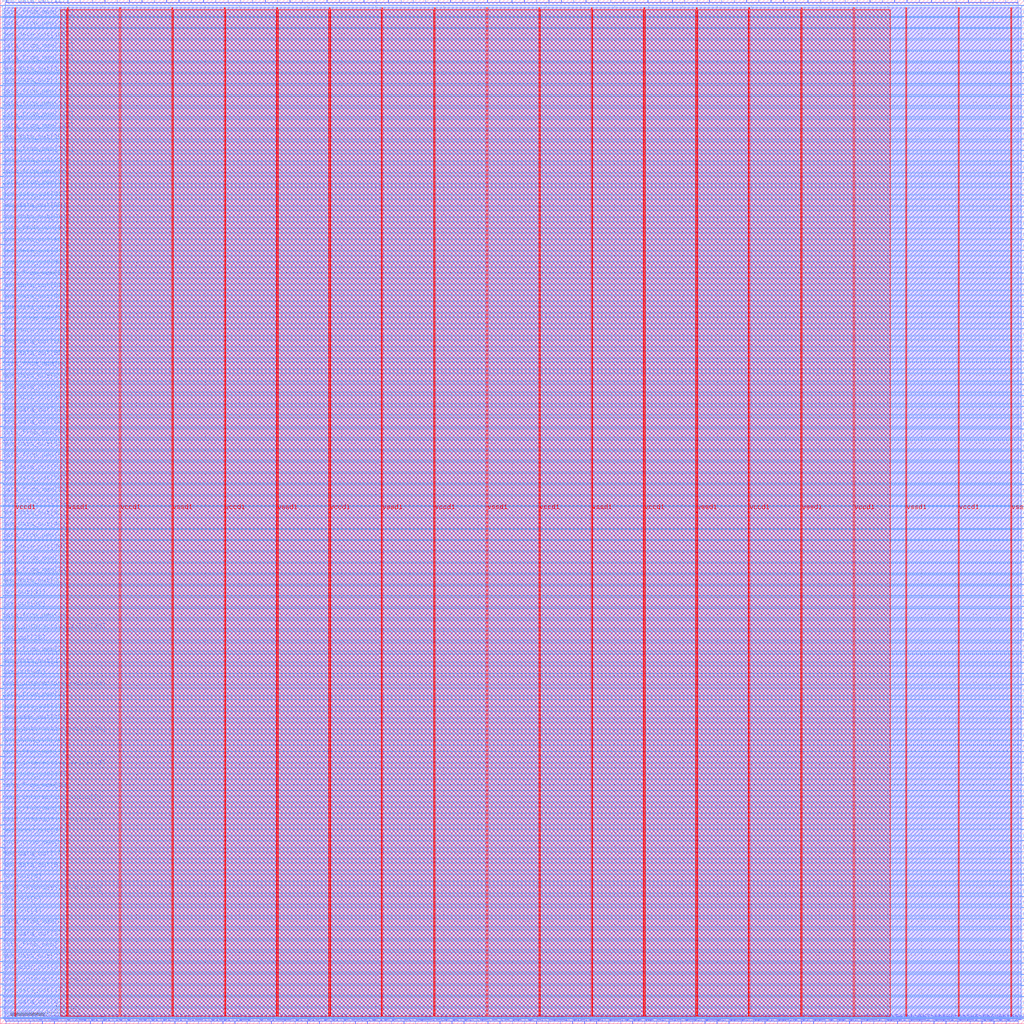
<source format=lef>
VERSION 5.7 ;
  NOWIREEXTENSIONATPIN ON ;
  DIVIDERCHAR "/" ;
  BUSBITCHARS "[]" ;
MACRO core
  CLASS BLOCK ;
  FOREIGN core ;
  ORIGIN 0.000 0.000 ;
  SIZE 1500.000 BY 1500.000 ;
  PIN clk
    DIRECTION INPUT ;
    USE SIGNAL ;
    PORT
      LAYER met2 ;
        RECT 8.830 0.000 9.110 4.000 ;
    END
  END clk
  PIN data_from_mem[0]
    DIRECTION INPUT ;
    USE SIGNAL ;
    PORT
      LAYER met3 ;
        RECT 1496.000 23.160 1500.000 23.760 ;
    END
  END data_from_mem[0]
  PIN data_from_mem[100]
    DIRECTION INPUT ;
    USE SIGNAL ;
    PORT
      LAYER met2 ;
        RECT 1243.930 0.000 1244.210 4.000 ;
    END
  END data_from_mem[100]
  PIN data_from_mem[101]
    DIRECTION INPUT ;
    USE SIGNAL ;
    PORT
      LAYER met3 ;
        RECT 1496.000 1311.760 1500.000 1312.360 ;
    END
  END data_from_mem[101]
  PIN data_from_mem[102]
    DIRECTION INPUT ;
    USE SIGNAL ;
    PORT
      LAYER met2 ;
        RECT 1279.350 0.000 1279.630 4.000 ;
    END
  END data_from_mem[102]
  PIN data_from_mem[103]
    DIRECTION INPUT ;
    USE SIGNAL ;
    PORT
      LAYER met3 ;
        RECT 0.000 1274.360 4.000 1274.960 ;
    END
  END data_from_mem[103]
  PIN data_from_mem[104]
    DIRECTION INPUT ;
    USE SIGNAL ;
    PORT
      LAYER met2 ;
        RECT 1273.830 1496.000 1274.110 1500.000 ;
    END
  END data_from_mem[104]
  PIN data_from_mem[105]
    DIRECTION INPUT ;
    USE SIGNAL ;
    PORT
      LAYER met3 ;
        RECT 1496.000 1344.400 1500.000 1345.000 ;
    END
  END data_from_mem[105]
  PIN data_from_mem[106]
    DIRECTION INPUT ;
    USE SIGNAL ;
    PORT
      LAYER met2 ;
        RECT 1314.310 0.000 1314.590 4.000 ;
    END
  END data_from_mem[106]
  PIN data_from_mem[107]
    DIRECTION INPUT ;
    USE SIGNAL ;
    PORT
      LAYER met2 ;
        RECT 1291.770 1496.000 1292.050 1500.000 ;
    END
  END data_from_mem[107]
  PIN data_from_mem[108]
    DIRECTION INPUT ;
    USE SIGNAL ;
    PORT
      LAYER met2 ;
        RECT 1349.730 0.000 1350.010 4.000 ;
    END
  END data_from_mem[108]
  PIN data_from_mem[109]
    DIRECTION INPUT ;
    USE SIGNAL ;
    PORT
      LAYER met3 ;
        RECT 0.000 1307.680 4.000 1308.280 ;
    END
  END data_from_mem[109]
  PIN data_from_mem[10]
    DIRECTION INPUT ;
    USE SIGNAL ;
    PORT
      LAYER met2 ;
        RECT 185.010 0.000 185.290 4.000 ;
    END
  END data_from_mem[10]
  PIN data_from_mem[110]
    DIRECTION INPUT ;
    USE SIGNAL ;
    PORT
      LAYER met3 ;
        RECT 0.000 1324.680 4.000 1325.280 ;
    END
  END data_from_mem[110]
  PIN data_from_mem[111]
    DIRECTION INPUT ;
    USE SIGNAL ;
    PORT
      LAYER met3 ;
        RECT 0.000 1341.000 4.000 1341.600 ;
    END
  END data_from_mem[111]
  PIN data_from_mem[112]
    DIRECTION INPUT ;
    USE SIGNAL ;
    PORT
      LAYER met3 ;
        RECT 1496.000 1393.360 1500.000 1393.960 ;
    END
  END data_from_mem[112]
  PIN data_from_mem[113]
    DIRECTION INPUT ;
    USE SIGNAL ;
    PORT
      LAYER met2 ;
        RECT 1385.150 0.000 1385.430 4.000 ;
    END
  END data_from_mem[113]
  PIN data_from_mem[114]
    DIRECTION INPUT ;
    USE SIGNAL ;
    PORT
      LAYER met2 ;
        RECT 1363.990 1496.000 1364.270 1500.000 ;
    END
  END data_from_mem[114]
  PIN data_from_mem[115]
    DIRECTION INPUT ;
    USE SIGNAL ;
    PORT
      LAYER met3 ;
        RECT 1496.000 1409.680 1500.000 1410.280 ;
    END
  END data_from_mem[115]
  PIN data_from_mem[116]
    DIRECTION INPUT ;
    USE SIGNAL ;
    PORT
      LAYER met2 ;
        RECT 1418.270 1496.000 1418.550 1500.000 ;
    END
  END data_from_mem[116]
  PIN data_from_mem[117]
    DIRECTION INPUT ;
    USE SIGNAL ;
    PORT
      LAYER met2 ;
        RECT 1420.570 0.000 1420.850 4.000 ;
    END
  END data_from_mem[117]
  PIN data_from_mem[118]
    DIRECTION INPUT ;
    USE SIGNAL ;
    PORT
      LAYER met3 ;
        RECT 0.000 1358.000 4.000 1358.600 ;
    END
  END data_from_mem[118]
  PIN data_from_mem[119]
    DIRECTION INPUT ;
    USE SIGNAL ;
    PORT
      LAYER met2 ;
        RECT 1438.050 0.000 1438.330 4.000 ;
    END
  END data_from_mem[119]
  PIN data_from_mem[11]
    DIRECTION INPUT ;
    USE SIGNAL ;
    PORT
      LAYER met2 ;
        RECT 315.650 1496.000 315.930 1500.000 ;
    END
  END data_from_mem[11]
  PIN data_from_mem[120]
    DIRECTION INPUT ;
    USE SIGNAL ;
    PORT
      LAYER met3 ;
        RECT 1496.000 1442.320 1500.000 1442.920 ;
    END
  END data_from_mem[120]
  PIN data_from_mem[121]
    DIRECTION INPUT ;
    USE SIGNAL ;
    PORT
      LAYER met3 ;
        RECT 1496.000 1458.640 1500.000 1459.240 ;
    END
  END data_from_mem[121]
  PIN data_from_mem[122]
    DIRECTION INPUT ;
    USE SIGNAL ;
    PORT
      LAYER met3 ;
        RECT 0.000 1407.640 4.000 1408.240 ;
    END
  END data_from_mem[122]
  PIN data_from_mem[123]
    DIRECTION INPUT ;
    USE SIGNAL ;
    PORT
      LAYER met3 ;
        RECT 1496.000 1491.280 1500.000 1491.880 ;
    END
  END data_from_mem[123]
  PIN data_from_mem[124]
    DIRECTION INPUT ;
    USE SIGNAL ;
    PORT
      LAYER met3 ;
        RECT 0.000 1424.640 4.000 1425.240 ;
    END
  END data_from_mem[124]
  PIN data_from_mem[125]
    DIRECTION INPUT ;
    USE SIGNAL ;
    PORT
      LAYER met2 ;
        RECT 1490.950 0.000 1491.230 4.000 ;
    END
  END data_from_mem[125]
  PIN data_from_mem[126]
    DIRECTION INPUT ;
    USE SIGNAL ;
    PORT
      LAYER met3 ;
        RECT 0.000 1457.960 4.000 1458.560 ;
    END
  END data_from_mem[126]
  PIN data_from_mem[127]
    DIRECTION INPUT ;
    USE SIGNAL ;
    PORT
      LAYER met3 ;
        RECT 0.000 1474.280 4.000 1474.880 ;
    END
  END data_from_mem[127]
  PIN data_from_mem[12]
    DIRECTION INPUT ;
    USE SIGNAL ;
    PORT
      LAYER met2 ;
        RECT 334.050 1496.000 334.330 1500.000 ;
    END
  END data_from_mem[12]
  PIN data_from_mem[13]
    DIRECTION INPUT ;
    USE SIGNAL ;
    PORT
      LAYER met3 ;
        RECT 0.000 341.400 4.000 342.000 ;
    END
  END data_from_mem[13]
  PIN data_from_mem[14]
    DIRECTION INPUT ;
    USE SIGNAL ;
    PORT
      LAYER met3 ;
        RECT 0.000 391.040 4.000 391.640 ;
    END
  END data_from_mem[14]
  PIN data_from_mem[15]
    DIRECTION INPUT ;
    USE SIGNAL ;
    PORT
      LAYER met3 ;
        RECT 1496.000 333.240 1500.000 333.840 ;
    END
  END data_from_mem[15]
  PIN data_from_mem[16]
    DIRECTION INPUT ;
    USE SIGNAL ;
    PORT
      LAYER met2 ;
        RECT 379.130 0.000 379.410 4.000 ;
    END
  END data_from_mem[16]
  PIN data_from_mem[17]
    DIRECTION INPUT ;
    USE SIGNAL ;
    PORT
      LAYER met3 ;
        RECT 1496.000 398.520 1500.000 399.120 ;
    END
  END data_from_mem[17]
  PIN data_from_mem[18]
    DIRECTION INPUT ;
    USE SIGNAL ;
    PORT
      LAYER met2 ;
        RECT 406.270 1496.000 406.550 1500.000 ;
    END
  END data_from_mem[18]
  PIN data_from_mem[19]
    DIRECTION INPUT ;
    USE SIGNAL ;
    PORT
      LAYER met2 ;
        RECT 449.970 0.000 450.250 4.000 ;
    END
  END data_from_mem[19]
  PIN data_from_mem[1]
    DIRECTION INPUT ;
    USE SIGNAL ;
    PORT
      LAYER met2 ;
        RECT 98.990 1496.000 99.270 1500.000 ;
    END
  END data_from_mem[1]
  PIN data_from_mem[20]
    DIRECTION INPUT ;
    USE SIGNAL ;
    PORT
      LAYER met3 ;
        RECT 1496.000 480.120 1500.000 480.720 ;
    END
  END data_from_mem[20]
  PIN data_from_mem[21]
    DIRECTION INPUT ;
    USE SIGNAL ;
    PORT
      LAYER met3 ;
        RECT 0.000 474.680 4.000 475.280 ;
    END
  END data_from_mem[21]
  PIN data_from_mem[22]
    DIRECTION INPUT ;
    USE SIGNAL ;
    PORT
      LAYER met2 ;
        RECT 537.830 0.000 538.110 4.000 ;
    END
  END data_from_mem[22]
  PIN data_from_mem[23]
    DIRECTION INPUT ;
    USE SIGNAL ;
    PORT
      LAYER met2 ;
        RECT 496.430 1496.000 496.710 1500.000 ;
    END
  END data_from_mem[23]
  PIN data_from_mem[24]
    DIRECTION INPUT ;
    USE SIGNAL ;
    PORT
      LAYER met3 ;
        RECT 1496.000 545.400 1500.000 546.000 ;
    END
  END data_from_mem[24]
  PIN data_from_mem[25]
    DIRECTION INPUT ;
    USE SIGNAL ;
    PORT
      LAYER met2 ;
        RECT 550.710 1496.000 550.990 1500.000 ;
    END
  END data_from_mem[25]
  PIN data_from_mem[26]
    DIRECTION INPUT ;
    USE SIGNAL ;
    PORT
      LAYER met3 ;
        RECT 1496.000 594.360 1500.000 594.960 ;
    END
  END data_from_mem[26]
  PIN data_from_mem[27]
    DIRECTION INPUT ;
    USE SIGNAL ;
    PORT
      LAYER met3 ;
        RECT 1496.000 643.320 1500.000 643.920 ;
    END
  END data_from_mem[27]
  PIN data_from_mem[28]
    DIRECTION INPUT ;
    USE SIGNAL ;
    PORT
      LAYER met3 ;
        RECT 0.000 541.320 4.000 541.920 ;
    END
  END data_from_mem[28]
  PIN data_from_mem[29]
    DIRECTION INPUT ;
    USE SIGNAL ;
    PORT
      LAYER met3 ;
        RECT 0.000 590.960 4.000 591.560 ;
    END
  END data_from_mem[29]
  PIN data_from_mem[2]
    DIRECTION INPUT ;
    USE SIGNAL ;
    PORT
      LAYER met3 ;
        RECT 1496.000 72.120 1500.000 72.720 ;
    END
  END data_from_mem[2]
  PIN data_from_mem[30]
    DIRECTION INPUT ;
    USE SIGNAL ;
    PORT
      LAYER met2 ;
        RECT 696.990 0.000 697.270 4.000 ;
    END
  END data_from_mem[30]
  PIN data_from_mem[31]
    DIRECTION INPUT ;
    USE SIGNAL ;
    PORT
      LAYER met2 ;
        RECT 731.950 0.000 732.230 4.000 ;
    END
  END data_from_mem[31]
  PIN data_from_mem[32]
    DIRECTION INPUT ;
    USE SIGNAL ;
    PORT
      LAYER met2 ;
        RECT 749.890 0.000 750.170 4.000 ;
    END
  END data_from_mem[32]
  PIN data_from_mem[33]
    DIRECTION INPUT ;
    USE SIGNAL ;
    PORT
      LAYER met3 ;
        RECT 1496.000 724.920 1500.000 725.520 ;
    END
  END data_from_mem[33]
  PIN data_from_mem[34]
    DIRECTION INPUT ;
    USE SIGNAL ;
    PORT
      LAYER met3 ;
        RECT 0.000 657.600 4.000 658.200 ;
    END
  END data_from_mem[34]
  PIN data_from_mem[35]
    DIRECTION INPUT ;
    USE SIGNAL ;
    PORT
      LAYER met3 ;
        RECT 0.000 674.600 4.000 675.200 ;
    END
  END data_from_mem[35]
  PIN data_from_mem[36]
    DIRECTION INPUT ;
    USE SIGNAL ;
    PORT
      LAYER met3 ;
        RECT 1496.000 741.240 1500.000 741.840 ;
    END
  END data_from_mem[36]
  PIN data_from_mem[37]
    DIRECTION INPUT ;
    USE SIGNAL ;
    PORT
      LAYER met2 ;
        RECT 785.310 0.000 785.590 4.000 ;
    END
  END data_from_mem[37]
  PIN data_from_mem[38]
    DIRECTION INPUT ;
    USE SIGNAL ;
    PORT
      LAYER met2 ;
        RECT 677.210 1496.000 677.490 1500.000 ;
    END
  END data_from_mem[38]
  PIN data_from_mem[39]
    DIRECTION INPUT ;
    USE SIGNAL ;
    PORT
      LAYER met2 ;
        RECT 838.210 0.000 838.490 4.000 ;
    END
  END data_from_mem[39]
  PIN data_from_mem[3]
    DIRECTION INPUT ;
    USE SIGNAL ;
    PORT
      LAYER met3 ;
        RECT 0.000 108.160 4.000 108.760 ;
    END
  END data_from_mem[3]
  PIN data_from_mem[40]
    DIRECTION INPUT ;
    USE SIGNAL ;
    PORT
      LAYER met3 ;
        RECT 0.000 707.920 4.000 708.520 ;
    END
  END data_from_mem[40]
  PIN data_from_mem[41]
    DIRECTION INPUT ;
    USE SIGNAL ;
    PORT
      LAYER met3 ;
        RECT 1496.000 757.560 1500.000 758.160 ;
    END
  END data_from_mem[41]
  PIN data_from_mem[42]
    DIRECTION INPUT ;
    USE SIGNAL ;
    PORT
      LAYER met2 ;
        RECT 695.150 1496.000 695.430 1500.000 ;
    END
  END data_from_mem[42]
  PIN data_from_mem[43]
    DIRECTION INPUT ;
    USE SIGNAL ;
    PORT
      LAYER met3 ;
        RECT 1496.000 789.520 1500.000 790.120 ;
    END
  END data_from_mem[43]
  PIN data_from_mem[44]
    DIRECTION INPUT ;
    USE SIGNAL ;
    PORT
      LAYER met2 ;
        RECT 713.550 1496.000 713.830 1500.000 ;
    END
  END data_from_mem[44]
  PIN data_from_mem[45]
    DIRECTION INPUT ;
    USE SIGNAL ;
    PORT
      LAYER met2 ;
        RECT 873.170 0.000 873.450 4.000 ;
    END
  END data_from_mem[45]
  PIN data_from_mem[46]
    DIRECTION INPUT ;
    USE SIGNAL ;
    PORT
      LAYER met2 ;
        RECT 731.490 1496.000 731.770 1500.000 ;
    END
  END data_from_mem[46]
  PIN data_from_mem[47]
    DIRECTION INPUT ;
    USE SIGNAL ;
    PORT
      LAYER met2 ;
        RECT 891.110 0.000 891.390 4.000 ;
    END
  END data_from_mem[47]
  PIN data_from_mem[48]
    DIRECTION INPUT ;
    USE SIGNAL ;
    PORT
      LAYER met2 ;
        RECT 749.430 1496.000 749.710 1500.000 ;
    END
  END data_from_mem[48]
  PIN data_from_mem[49]
    DIRECTION INPUT ;
    USE SIGNAL ;
    PORT
      LAYER met2 ;
        RECT 785.770 1496.000 786.050 1500.000 ;
    END
  END data_from_mem[49]
  PIN data_from_mem[4]
    DIRECTION INPUT ;
    USE SIGNAL ;
    PORT
      LAYER met3 ;
        RECT 0.000 141.480 4.000 142.080 ;
    END
  END data_from_mem[4]
  PIN data_from_mem[50]
    DIRECTION INPUT ;
    USE SIGNAL ;
    PORT
      LAYER met3 ;
        RECT 0.000 774.560 4.000 775.160 ;
    END
  END data_from_mem[50]
  PIN data_from_mem[51]
    DIRECTION INPUT ;
    USE SIGNAL ;
    PORT
      LAYER met2 ;
        RECT 803.710 1496.000 803.990 1500.000 ;
    END
  END data_from_mem[51]
  PIN data_from_mem[52]
    DIRECTION INPUT ;
    USE SIGNAL ;
    PORT
      LAYER met3 ;
        RECT 1496.000 887.440 1500.000 888.040 ;
    END
  END data_from_mem[52]
  PIN data_from_mem[53]
    DIRECTION INPUT ;
    USE SIGNAL ;
    PORT
      LAYER met2 ;
        RECT 822.110 1496.000 822.390 1500.000 ;
    END
  END data_from_mem[53]
  PIN data_from_mem[54]
    DIRECTION INPUT ;
    USE SIGNAL ;
    PORT
      LAYER met3 ;
        RECT 0.000 824.880 4.000 825.480 ;
    END
  END data_from_mem[54]
  PIN data_from_mem[55]
    DIRECTION INPUT ;
    USE SIGNAL ;
    PORT
      LAYER met2 ;
        RECT 908.590 0.000 908.870 4.000 ;
    END
  END data_from_mem[55]
  PIN data_from_mem[56]
    DIRECTION INPUT ;
    USE SIGNAL ;
    PORT
      LAYER met3 ;
        RECT 0.000 858.200 4.000 858.800 ;
    END
  END data_from_mem[56]
  PIN data_from_mem[57]
    DIRECTION INPUT ;
    USE SIGNAL ;
    PORT
      LAYER met2 ;
        RECT 926.070 0.000 926.350 4.000 ;
    END
  END data_from_mem[57]
  PIN data_from_mem[58]
    DIRECTION INPUT ;
    USE SIGNAL ;
    PORT
      LAYER met3 ;
        RECT 1496.000 920.080 1500.000 920.680 ;
    END
  END data_from_mem[58]
  PIN data_from_mem[59]
    DIRECTION INPUT ;
    USE SIGNAL ;
    PORT
      LAYER met2 ;
        RECT 979.430 0.000 979.710 4.000 ;
    END
  END data_from_mem[59]
  PIN data_from_mem[5]
    DIRECTION INPUT ;
    USE SIGNAL ;
    PORT
      LAYER met3 ;
        RECT 1496.000 137.400 1500.000 138.000 ;
    END
  END data_from_mem[5]
  PIN data_from_mem[60]
    DIRECTION INPUT ;
    USE SIGNAL ;
    PORT
      LAYER met2 ;
        RECT 875.930 1496.000 876.210 1500.000 ;
    END
  END data_from_mem[60]
  PIN data_from_mem[61]
    DIRECTION INPUT ;
    USE SIGNAL ;
    PORT
      LAYER met2 ;
        RECT 894.330 1496.000 894.610 1500.000 ;
    END
  END data_from_mem[61]
  PIN data_from_mem[62]
    DIRECTION INPUT ;
    USE SIGNAL ;
    PORT
      LAYER met2 ;
        RECT 912.270 1496.000 912.550 1500.000 ;
    END
  END data_from_mem[62]
  PIN data_from_mem[63]
    DIRECTION INPUT ;
    USE SIGNAL ;
    PORT
      LAYER met3 ;
        RECT 1496.000 936.400 1500.000 937.000 ;
    END
  END data_from_mem[63]
  PIN data_from_mem[64]
    DIRECTION INPUT ;
    USE SIGNAL ;
    PORT
      LAYER met2 ;
        RECT 948.610 1496.000 948.890 1500.000 ;
    END
  END data_from_mem[64]
  PIN data_from_mem[65]
    DIRECTION INPUT ;
    USE SIGNAL ;
    PORT
      LAYER met2 ;
        RECT 1014.390 0.000 1014.670 4.000 ;
    END
  END data_from_mem[65]
  PIN data_from_mem[66]
    DIRECTION INPUT ;
    USE SIGNAL ;
    PORT
      LAYER met3 ;
        RECT 0.000 958.160 4.000 958.760 ;
    END
  END data_from_mem[66]
  PIN data_from_mem[67]
    DIRECTION INPUT ;
    USE SIGNAL ;
    PORT
      LAYER met3 ;
        RECT 1496.000 952.720 1500.000 953.320 ;
    END
  END data_from_mem[67]
  PIN data_from_mem[68]
    DIRECTION INPUT ;
    USE SIGNAL ;
    PORT
      LAYER met2 ;
        RECT 984.490 1496.000 984.770 1500.000 ;
    END
  END data_from_mem[68]
  PIN data_from_mem[69]
    DIRECTION INPUT ;
    USE SIGNAL ;
    PORT
      LAYER met3 ;
        RECT 1496.000 969.040 1500.000 969.640 ;
    END
  END data_from_mem[69]
  PIN data_from_mem[6]
    DIRECTION INPUT ;
    USE SIGNAL ;
    PORT
      LAYER met3 ;
        RECT 1496.000 170.040 1500.000 170.640 ;
    END
  END data_from_mem[6]
  PIN data_from_mem[70]
    DIRECTION INPUT ;
    USE SIGNAL ;
    PORT
      LAYER met2 ;
        RECT 1049.810 0.000 1050.090 4.000 ;
    END
  END data_from_mem[70]
  PIN data_from_mem[71]
    DIRECTION INPUT ;
    USE SIGNAL ;
    PORT
      LAYER met3 ;
        RECT 0.000 1024.800 4.000 1025.400 ;
    END
  END data_from_mem[71]
  PIN data_from_mem[72]
    DIRECTION INPUT ;
    USE SIGNAL ;
    PORT
      LAYER met3 ;
        RECT 1496.000 985.360 1500.000 985.960 ;
    END
  END data_from_mem[72]
  PIN data_from_mem[73]
    DIRECTION INPUT ;
    USE SIGNAL ;
    PORT
      LAYER met3 ;
        RECT 1496.000 1001.680 1500.000 1002.280 ;
    END
  END data_from_mem[73]
  PIN data_from_mem[74]
    DIRECTION INPUT ;
    USE SIGNAL ;
    PORT
      LAYER met2 ;
        RECT 1085.230 0.000 1085.510 4.000 ;
    END
  END data_from_mem[74]
  PIN data_from_mem[75]
    DIRECTION INPUT ;
    USE SIGNAL ;
    PORT
      LAYER met2 ;
        RECT 1120.190 0.000 1120.470 4.000 ;
    END
  END data_from_mem[75]
  PIN data_from_mem[76]
    DIRECTION INPUT ;
    USE SIGNAL ;
    PORT
      LAYER met2 ;
        RECT 1138.130 0.000 1138.410 4.000 ;
    END
  END data_from_mem[76]
  PIN data_from_mem[77]
    DIRECTION INPUT ;
    USE SIGNAL ;
    PORT
      LAYER met2 ;
        RECT 1038.770 1496.000 1039.050 1500.000 ;
    END
  END data_from_mem[77]
  PIN data_from_mem[78]
    DIRECTION INPUT ;
    USE SIGNAL ;
    PORT
      LAYER met2 ;
        RECT 1075.110 1496.000 1075.390 1500.000 ;
    END
  END data_from_mem[78]
  PIN data_from_mem[79]
    DIRECTION INPUT ;
    USE SIGNAL ;
    PORT
      LAYER met3 ;
        RECT 1496.000 1050.640 1500.000 1051.240 ;
    END
  END data_from_mem[79]
  PIN data_from_mem[7]
    DIRECTION INPUT ;
    USE SIGNAL ;
    PORT
      LAYER met2 ;
        RECT 149.590 0.000 149.870 4.000 ;
    END
  END data_from_mem[7]
  PIN data_from_mem[80]
    DIRECTION INPUT ;
    USE SIGNAL ;
    PORT
      LAYER met3 ;
        RECT 1496.000 1083.280 1500.000 1083.880 ;
    END
  END data_from_mem[80]
  PIN data_from_mem[81]
    DIRECTION INPUT ;
    USE SIGNAL ;
    PORT
      LAYER met2 ;
        RECT 1093.050 1496.000 1093.330 1500.000 ;
    END
  END data_from_mem[81]
  PIN data_from_mem[82]
    DIRECTION INPUT ;
    USE SIGNAL ;
    PORT
      LAYER met3 ;
        RECT 0.000 1091.440 4.000 1092.040 ;
    END
  END data_from_mem[82]
  PIN data_from_mem[83]
    DIRECTION INPUT ;
    USE SIGNAL ;
    PORT
      LAYER met2 ;
        RECT 1110.990 1496.000 1111.270 1500.000 ;
    END
  END data_from_mem[83]
  PIN data_from_mem[84]
    DIRECTION INPUT ;
    USE SIGNAL ;
    PORT
      LAYER met2 ;
        RECT 1173.550 0.000 1173.830 4.000 ;
    END
  END data_from_mem[84]
  PIN data_from_mem[85]
    DIRECTION INPUT ;
    USE SIGNAL ;
    PORT
      LAYER met2 ;
        RECT 1128.930 1496.000 1129.210 1500.000 ;
    END
  END data_from_mem[85]
  PIN data_from_mem[86]
    DIRECTION INPUT ;
    USE SIGNAL ;
    PORT
      LAYER met3 ;
        RECT 1496.000 1115.920 1500.000 1116.520 ;
    END
  END data_from_mem[86]
  PIN data_from_mem[87]
    DIRECTION INPUT ;
    USE SIGNAL ;
    PORT
      LAYER met3 ;
        RECT 0.000 1158.080 4.000 1158.680 ;
    END
  END data_from_mem[87]
  PIN data_from_mem[88]
    DIRECTION INPUT ;
    USE SIGNAL ;
    PORT
      LAYER met2 ;
        RECT 1147.330 1496.000 1147.610 1500.000 ;
    END
  END data_from_mem[88]
  PIN data_from_mem[89]
    DIRECTION INPUT ;
    USE SIGNAL ;
    PORT
      LAYER met2 ;
        RECT 1165.270 1496.000 1165.550 1500.000 ;
    END
  END data_from_mem[89]
  PIN data_from_mem[8]
    DIRECTION INPUT ;
    USE SIGNAL ;
    PORT
      LAYER met3 ;
        RECT 0.000 257.760 4.000 258.360 ;
    END
  END data_from_mem[8]
  PIN data_from_mem[90]
    DIRECTION INPUT ;
    USE SIGNAL ;
    PORT
      LAYER met3 ;
        RECT 1496.000 1181.200 1500.000 1181.800 ;
    END
  END data_from_mem[90]
  PIN data_from_mem[91]
    DIRECTION INPUT ;
    USE SIGNAL ;
    PORT
      LAYER met3 ;
        RECT 1496.000 1213.840 1500.000 1214.440 ;
    END
  END data_from_mem[91]
  PIN data_from_mem[92]
    DIRECTION INPUT ;
    USE SIGNAL ;
    PORT
      LAYER met2 ;
        RECT 1191.030 0.000 1191.310 4.000 ;
    END
  END data_from_mem[92]
  PIN data_from_mem[93]
    DIRECTION INPUT ;
    USE SIGNAL ;
    PORT
      LAYER met2 ;
        RECT 1208.510 0.000 1208.790 4.000 ;
    END
  END data_from_mem[93]
  PIN data_from_mem[94]
    DIRECTION INPUT ;
    USE SIGNAL ;
    PORT
      LAYER met3 ;
        RECT 1496.000 1279.120 1500.000 1279.720 ;
    END
  END data_from_mem[94]
  PIN data_from_mem[95]
    DIRECTION INPUT ;
    USE SIGNAL ;
    PORT
      LAYER met3 ;
        RECT 1496.000 1295.440 1500.000 1296.040 ;
    END
  END data_from_mem[95]
  PIN data_from_mem[96]
    DIRECTION INPUT ;
    USE SIGNAL ;
    PORT
      LAYER met2 ;
        RECT 1183.210 1496.000 1183.490 1500.000 ;
    END
  END data_from_mem[96]
  PIN data_from_mem[97]
    DIRECTION INPUT ;
    USE SIGNAL ;
    PORT
      LAYER met3 ;
        RECT 0.000 1224.720 4.000 1225.320 ;
    END
  END data_from_mem[97]
  PIN data_from_mem[98]
    DIRECTION INPUT ;
    USE SIGNAL ;
    PORT
      LAYER met3 ;
        RECT 0.000 1241.040 4.000 1241.640 ;
    END
  END data_from_mem[98]
  PIN data_from_mem[99]
    DIRECTION INPUT ;
    USE SIGNAL ;
    PORT
      LAYER met2 ;
        RECT 1219.550 1496.000 1219.830 1500.000 ;
    END
  END data_from_mem[99]
  PIN data_from_mem[9]
    DIRECTION INPUT ;
    USE SIGNAL ;
    PORT
      LAYER met3 ;
        RECT 0.000 308.080 4.000 308.680 ;
    END
  END data_from_mem[9]
  PIN hex_out[0]
    DIRECTION OUTPUT TRISTATE ;
    USE SIGNAL ;
    PORT
      LAYER met2 ;
        RECT 79.210 0.000 79.490 4.000 ;
    END
  END hex_out[0]
  PIN hex_out[10]
    DIRECTION OUTPUT TRISTATE ;
    USE SIGNAL ;
    PORT
      LAYER met2 ;
        RECT 202.950 0.000 203.230 4.000 ;
    END
  END hex_out[10]
  PIN hex_out[11]
    DIRECTION OUTPUT TRISTATE ;
    USE SIGNAL ;
    PORT
      LAYER met2 ;
        RECT 220.430 0.000 220.710 4.000 ;
    END
  END hex_out[11]
  PIN hex_out[12]
    DIRECTION OUTPUT TRISTATE ;
    USE SIGNAL ;
    PORT
      LAYER met2 ;
        RECT 255.850 0.000 256.130 4.000 ;
    END
  END hex_out[12]
  PIN hex_out[13]
    DIRECTION OUTPUT TRISTATE ;
    USE SIGNAL ;
    PORT
      LAYER met2 ;
        RECT 290.810 0.000 291.090 4.000 ;
    END
  END hex_out[13]
  PIN hex_out[14]
    DIRECTION OUTPUT TRISTATE ;
    USE SIGNAL ;
    PORT
      LAYER met3 ;
        RECT 1496.000 316.920 1500.000 317.520 ;
    END
  END hex_out[14]
  PIN hex_out[15]
    DIRECTION OUTPUT TRISTATE ;
    USE SIGNAL ;
    PORT
      LAYER met3 ;
        RECT 1496.000 349.560 1500.000 350.160 ;
    END
  END hex_out[15]
  PIN hex_out[16]
    DIRECTION OUTPUT TRISTATE ;
    USE SIGNAL ;
    PORT
      LAYER met2 ;
        RECT 397.070 0.000 397.350 4.000 ;
    END
  END hex_out[16]
  PIN hex_out[17]
    DIRECTION OUTPUT TRISTATE ;
    USE SIGNAL ;
    PORT
      LAYER met2 ;
        RECT 432.030 0.000 432.310 4.000 ;
    END
  END hex_out[17]
  PIN hex_out[18]
    DIRECTION OUTPUT TRISTATE ;
    USE SIGNAL ;
    PORT
      LAYER met3 ;
        RECT 1496.000 447.480 1500.000 448.080 ;
    END
  END hex_out[18]
  PIN hex_out[19]
    DIRECTION OUTPUT TRISTATE ;
    USE SIGNAL ;
    PORT
      LAYER met3 ;
        RECT 1496.000 463.800 1500.000 464.400 ;
    END
  END hex_out[19]
  PIN hex_out[1]
    DIRECTION OUTPUT TRISTATE ;
    USE SIGNAL ;
    PORT
      LAYER met2 ;
        RECT 96.690 0.000 96.970 4.000 ;
    END
  END hex_out[1]
  PIN hex_out[20]
    DIRECTION OUTPUT TRISTATE ;
    USE SIGNAL ;
    PORT
      LAYER met2 ;
        RECT 502.870 0.000 503.150 4.000 ;
    END
  END hex_out[20]
  PIN hex_out[21]
    DIRECTION OUTPUT TRISTATE ;
    USE SIGNAL ;
    PORT
      LAYER met2 ;
        RECT 460.550 1496.000 460.830 1500.000 ;
    END
  END hex_out[21]
  PIN hex_out[22]
    DIRECTION OUTPUT TRISTATE ;
    USE SIGNAL ;
    PORT
      LAYER met2 ;
        RECT 555.770 0.000 556.050 4.000 ;
    END
  END hex_out[22]
  PIN hex_out[23]
    DIRECTION OUTPUT TRISTATE ;
    USE SIGNAL ;
    PORT
      LAYER met2 ;
        RECT 514.830 1496.000 515.110 1500.000 ;
    END
  END hex_out[23]
  PIN hex_out[24]
    DIRECTION OUTPUT TRISTATE ;
    USE SIGNAL ;
    PORT
      LAYER met3 ;
        RECT 1496.000 561.720 1500.000 562.320 ;
    END
  END hex_out[24]
  PIN hex_out[25]
    DIRECTION OUTPUT TRISTATE ;
    USE SIGNAL ;
    PORT
      LAYER met2 ;
        RECT 608.670 0.000 608.950 4.000 ;
    END
  END hex_out[25]
  PIN hex_out[26]
    DIRECTION OUTPUT TRISTATE ;
    USE SIGNAL ;
    PORT
      LAYER met3 ;
        RECT 0.000 508.000 4.000 508.600 ;
    END
  END hex_out[26]
  PIN hex_out[27]
    DIRECTION OUTPUT TRISTATE ;
    USE SIGNAL ;
    PORT
      LAYER met2 ;
        RECT 587.050 1496.000 587.330 1500.000 ;
    END
  END hex_out[27]
  PIN hex_out[28]
    DIRECTION OUTPUT TRISTATE ;
    USE SIGNAL ;
    PORT
      LAYER met3 ;
        RECT 0.000 557.640 4.000 558.240 ;
    END
  END hex_out[28]
  PIN hex_out[29]
    DIRECTION OUTPUT TRISTATE ;
    USE SIGNAL ;
    PORT
      LAYER met2 ;
        RECT 644.090 0.000 644.370 4.000 ;
    END
  END hex_out[29]
  PIN hex_out[2]
    DIRECTION OUTPUT TRISTATE ;
    USE SIGNAL ;
    PORT
      LAYER met2 ;
        RECT 114.630 0.000 114.910 4.000 ;
    END
  END hex_out[2]
  PIN hex_out[30]
    DIRECTION OUTPUT TRISTATE ;
    USE SIGNAL ;
    PORT
      LAYER met3 ;
        RECT 0.000 607.960 4.000 608.560 ;
    END
  END hex_out[30]
  PIN hex_out[31]
    DIRECTION OUTPUT TRISTATE ;
    USE SIGNAL ;
    PORT
      LAYER met3 ;
        RECT 0.000 624.280 4.000 624.880 ;
    END
  END hex_out[31]
  PIN hex_out[3]
    DIRECTION OUTPUT TRISTATE ;
    USE SIGNAL ;
    PORT
      LAYER met2 ;
        RECT 132.110 0.000 132.390 4.000 ;
    END
  END hex_out[3]
  PIN hex_out[4]
    DIRECTION OUTPUT TRISTATE ;
    USE SIGNAL ;
    PORT
      LAYER met3 ;
        RECT 0.000 157.800 4.000 158.400 ;
    END
  END hex_out[4]
  PIN hex_out[5]
    DIRECTION OUTPUT TRISTATE ;
    USE SIGNAL ;
    PORT
      LAYER met3 ;
        RECT 0.000 174.800 4.000 175.400 ;
    END
  END hex_out[5]
  PIN hex_out[6]
    DIRECTION OUTPUT TRISTATE ;
    USE SIGNAL ;
    PORT
      LAYER met3 ;
        RECT 0.000 208.120 4.000 208.720 ;
    END
  END hex_out[6]
  PIN hex_out[7]
    DIRECTION OUTPUT TRISTATE ;
    USE SIGNAL ;
    PORT
      LAYER met2 ;
        RECT 207.550 1496.000 207.830 1500.000 ;
    END
  END hex_out[7]
  PIN hex_out[8]
    DIRECTION OUTPUT TRISTATE ;
    USE SIGNAL ;
    PORT
      LAYER met2 ;
        RECT 167.530 0.000 167.810 4.000 ;
    END
  END hex_out[8]
  PIN hex_out[9]
    DIRECTION OUTPUT TRISTATE ;
    USE SIGNAL ;
    PORT
      LAYER met3 ;
        RECT 1496.000 202.680 1500.000 203.280 ;
    END
  END hex_out[9]
  PIN hex_req
    DIRECTION OUTPUT TRISTATE ;
    USE SIGNAL ;
    PORT
      LAYER met2 ;
        RECT 44.710 1496.000 44.990 1500.000 ;
    END
  END hex_req
  PIN is_mem_ready
    DIRECTION INPUT ;
    USE SIGNAL ;
    PORT
      LAYER met2 ;
        RECT 43.790 0.000 44.070 4.000 ;
    END
  END is_mem_ready
  PIN is_mem_req
    DIRECTION OUTPUT TRISTATE ;
    USE SIGNAL ;
    PORT
      LAYER met2 ;
        RECT 81.050 1496.000 81.330 1500.000 ;
    END
  END is_mem_req
  PIN is_mem_req_reset
    DIRECTION OUTPUT TRISTATE ;
    USE SIGNAL ;
    PORT
      LAYER met2 ;
        RECT 61.730 0.000 62.010 4.000 ;
    END
  END is_mem_req_reset
  PIN is_memory_we
    DIRECTION OUTPUT TRISTATE ;
    USE SIGNAL ;
    PORT
      LAYER met3 ;
        RECT 1496.000 7.520 1500.000 8.120 ;
    END
  END is_memory_we
  PIN is_print_done
    DIRECTION INPUT ;
    USE SIGNAL ;
    PORT
      LAYER met2 ;
        RECT 62.650 1496.000 62.930 1500.000 ;
    END
  END is_print_done
  PIN mem_addr_out[0]
    DIRECTION OUTPUT TRISTATE ;
    USE SIGNAL ;
    PORT
      LAYER met3 ;
        RECT 0.000 8.200 4.000 8.800 ;
    END
  END mem_addr_out[0]
  PIN mem_addr_out[10]
    DIRECTION OUTPUT TRISTATE ;
    USE SIGNAL ;
    PORT
      LAYER met3 ;
        RECT 1496.000 251.640 1500.000 252.240 ;
    END
  END mem_addr_out[10]
  PIN mem_addr_out[11]
    DIRECTION OUTPUT TRISTATE ;
    USE SIGNAL ;
    PORT
      LAYER met3 ;
        RECT 1496.000 267.960 1500.000 268.560 ;
    END
  END mem_addr_out[11]
  PIN mem_addr_out[12]
    DIRECTION OUTPUT TRISTATE ;
    USE SIGNAL ;
    PORT
      LAYER met2 ;
        RECT 273.330 0.000 273.610 4.000 ;
    END
  END mem_addr_out[12]
  PIN mem_addr_out[13]
    DIRECTION OUTPUT TRISTATE ;
    USE SIGNAL ;
    PORT
      LAYER met2 ;
        RECT 369.930 1496.000 370.210 1500.000 ;
    END
  END mem_addr_out[13]
  PIN mem_addr_out[14]
    DIRECTION OUTPUT TRISTATE ;
    USE SIGNAL ;
    PORT
      LAYER met2 ;
        RECT 308.750 0.000 309.030 4.000 ;
    END
  END mem_addr_out[14]
  PIN mem_addr_out[15]
    DIRECTION OUTPUT TRISTATE ;
    USE SIGNAL ;
    PORT
      LAYER met2 ;
        RECT 343.710 0.000 343.990 4.000 ;
    END
  END mem_addr_out[15]
  PIN mem_addr_out[16]
    DIRECTION OUTPUT TRISTATE ;
    USE SIGNAL ;
    PORT
      LAYER met3 ;
        RECT 1496.000 382.200 1500.000 382.800 ;
    END
  END mem_addr_out[16]
  PIN mem_addr_out[17]
    DIRECTION OUTPUT TRISTATE ;
    USE SIGNAL ;
    PORT
      LAYER met2 ;
        RECT 388.330 1496.000 388.610 1500.000 ;
    END
  END mem_addr_out[17]
  PIN mem_addr_out[18]
    DIRECTION OUTPUT TRISTATE ;
    USE SIGNAL ;
    PORT
      LAYER met3 ;
        RECT 0.000 441.360 4.000 441.960 ;
    END
  END mem_addr_out[18]
  PIN mem_addr_out[19]
    DIRECTION OUTPUT TRISTATE ;
    USE SIGNAL ;
    PORT
      LAYER met2 ;
        RECT 467.450 0.000 467.730 4.000 ;
    END
  END mem_addr_out[19]
  PIN mem_addr_out[1]
    DIRECTION OUTPUT TRISTATE ;
    USE SIGNAL ;
    PORT
      LAYER met3 ;
        RECT 1496.000 55.800 1500.000 56.400 ;
    END
  END mem_addr_out[1]
  PIN mem_addr_out[2]
    DIRECTION OUTPUT TRISTATE ;
    USE SIGNAL ;
    PORT
      LAYER met3 ;
        RECT 0.000 74.840 4.000 75.440 ;
    END
  END mem_addr_out[2]
  PIN mem_addr_out[3]
    DIRECTION OUTPUT TRISTATE ;
    USE SIGNAL ;
    PORT
      LAYER met3 ;
        RECT 1496.000 88.440 1500.000 89.040 ;
    END
  END mem_addr_out[3]
  PIN mem_addr_out[4]
    DIRECTION OUTPUT TRISTATE ;
    USE SIGNAL ;
    PORT
      LAYER met3 ;
        RECT 1496.000 104.760 1500.000 105.360 ;
    END
  END mem_addr_out[4]
  PIN mem_addr_out[5]
    DIRECTION OUTPUT TRISTATE ;
    USE SIGNAL ;
    PORT
      LAYER met2 ;
        RECT 171.210 1496.000 171.490 1500.000 ;
    END
  END mem_addr_out[5]
  PIN mem_addr_out[6]
    DIRECTION OUTPUT TRISTATE ;
    USE SIGNAL ;
    PORT
      LAYER met3 ;
        RECT 1496.000 186.360 1500.000 186.960 ;
    END
  END mem_addr_out[6]
  PIN mem_addr_out[7]
    DIRECTION OUTPUT TRISTATE ;
    USE SIGNAL ;
    PORT
      LAYER met2 ;
        RECT 225.490 1496.000 225.770 1500.000 ;
    END
  END mem_addr_out[7]
  PIN mem_addr_out[8]
    DIRECTION OUTPUT TRISTATE ;
    USE SIGNAL ;
    PORT
      LAYER met3 ;
        RECT 0.000 274.760 4.000 275.360 ;
    END
  END mem_addr_out[8]
  PIN mem_addr_out[9]
    DIRECTION OUTPUT TRISTATE ;
    USE SIGNAL ;
    PORT
      LAYER met3 ;
        RECT 1496.000 219.000 1500.000 219.600 ;
    END
  END mem_addr_out[9]
  PIN mem_data_out[0]
    DIRECTION OUTPUT TRISTATE ;
    USE SIGNAL ;
    PORT
      LAYER met3 ;
        RECT 0.000 24.520 4.000 25.120 ;
    END
  END mem_data_out[0]
  PIN mem_data_out[100]
    DIRECTION OUTPUT TRISTATE ;
    USE SIGNAL ;
    PORT
      LAYER met2 ;
        RECT 1237.490 1496.000 1237.770 1500.000 ;
    END
  END mem_data_out[100]
  PIN mem_data_out[101]
    DIRECTION OUTPUT TRISTATE ;
    USE SIGNAL ;
    PORT
      LAYER met2 ;
        RECT 1261.410 0.000 1261.690 4.000 ;
    END
  END mem_data_out[101]
  PIN mem_data_out[102]
    DIRECTION OUTPUT TRISTATE ;
    USE SIGNAL ;
    PORT
      LAYER met2 ;
        RECT 1255.430 1496.000 1255.710 1500.000 ;
    END
  END mem_data_out[102]
  PIN mem_data_out[103]
    DIRECTION OUTPUT TRISTATE ;
    USE SIGNAL ;
    PORT
      LAYER met3 ;
        RECT 0.000 1291.360 4.000 1291.960 ;
    END
  END mem_data_out[103]
  PIN mem_data_out[104]
    DIRECTION OUTPUT TRISTATE ;
    USE SIGNAL ;
    PORT
      LAYER met3 ;
        RECT 1496.000 1328.080 1500.000 1328.680 ;
    END
  END mem_data_out[104]
  PIN mem_data_out[105]
    DIRECTION OUTPUT TRISTATE ;
    USE SIGNAL ;
    PORT
      LAYER met2 ;
        RECT 1296.830 0.000 1297.110 4.000 ;
    END
  END mem_data_out[105]
  PIN mem_data_out[106]
    DIRECTION OUTPUT TRISTATE ;
    USE SIGNAL ;
    PORT
      LAYER met2 ;
        RECT 1332.250 0.000 1332.530 4.000 ;
    END
  END mem_data_out[106]
  PIN mem_data_out[107]
    DIRECTION OUTPUT TRISTATE ;
    USE SIGNAL ;
    PORT
      LAYER met2 ;
        RECT 1309.710 1496.000 1309.990 1500.000 ;
    END
  END mem_data_out[107]
  PIN mem_data_out[108]
    DIRECTION OUTPUT TRISTATE ;
    USE SIGNAL ;
    PORT
      LAYER met2 ;
        RECT 1367.670 0.000 1367.950 4.000 ;
    END
  END mem_data_out[108]
  PIN mem_data_out[109]
    DIRECTION OUTPUT TRISTATE ;
    USE SIGNAL ;
    PORT
      LAYER met3 ;
        RECT 1496.000 1360.720 1500.000 1361.320 ;
    END
  END mem_data_out[109]
  PIN mem_data_out[10]
    DIRECTION OUTPUT TRISTATE ;
    USE SIGNAL ;
    PORT
      LAYER met2 ;
        RECT 279.770 1496.000 280.050 1500.000 ;
    END
  END mem_data_out[10]
  PIN mem_data_out[110]
    DIRECTION OUTPUT TRISTATE ;
    USE SIGNAL ;
    PORT
      LAYER met2 ;
        RECT 1328.110 1496.000 1328.390 1500.000 ;
    END
  END mem_data_out[110]
  PIN mem_data_out[111]
    DIRECTION OUTPUT TRISTATE ;
    USE SIGNAL ;
    PORT
      LAYER met3 ;
        RECT 1496.000 1377.040 1500.000 1377.640 ;
    END
  END mem_data_out[111]
  PIN mem_data_out[112]
    DIRECTION OUTPUT TRISTATE ;
    USE SIGNAL ;
    PORT
      LAYER met2 ;
        RECT 1346.050 1496.000 1346.330 1500.000 ;
    END
  END mem_data_out[112]
  PIN mem_data_out[113]
    DIRECTION OUTPUT TRISTATE ;
    USE SIGNAL ;
    PORT
      LAYER met2 ;
        RECT 1402.630 0.000 1402.910 4.000 ;
    END
  END mem_data_out[113]
  PIN mem_data_out[114]
    DIRECTION OUTPUT TRISTATE ;
    USE SIGNAL ;
    PORT
      LAYER met2 ;
        RECT 1381.930 1496.000 1382.210 1500.000 ;
    END
  END mem_data_out[114]
  PIN mem_data_out[115]
    DIRECTION OUTPUT TRISTATE ;
    USE SIGNAL ;
    PORT
      LAYER met2 ;
        RECT 1400.330 1496.000 1400.610 1500.000 ;
    END
  END mem_data_out[115]
  PIN mem_data_out[116]
    DIRECTION OUTPUT TRISTATE ;
    USE SIGNAL ;
    PORT
      LAYER met2 ;
        RECT 1436.210 1496.000 1436.490 1500.000 ;
    END
  END mem_data_out[116]
  PIN mem_data_out[117]
    DIRECTION OUTPUT TRISTATE ;
    USE SIGNAL ;
    PORT
      LAYER met3 ;
        RECT 1496.000 1426.000 1500.000 1426.600 ;
    END
  END mem_data_out[117]
  PIN mem_data_out[118]
    DIRECTION OUTPUT TRISTATE ;
    USE SIGNAL ;
    PORT
      LAYER met2 ;
        RECT 1454.610 1496.000 1454.890 1500.000 ;
    END
  END mem_data_out[118]
  PIN mem_data_out[119]
    DIRECTION OUTPUT TRISTATE ;
    USE SIGNAL ;
    PORT
      LAYER met3 ;
        RECT 0.000 1374.320 4.000 1374.920 ;
    END
  END mem_data_out[119]
  PIN mem_data_out[11]
    DIRECTION OUTPUT TRISTATE ;
    USE SIGNAL ;
    PORT
      LAYER met2 ;
        RECT 237.910 0.000 238.190 4.000 ;
    END
  END mem_data_out[11]
  PIN mem_data_out[120]
    DIRECTION OUTPUT TRISTATE ;
    USE SIGNAL ;
    PORT
      LAYER met3 ;
        RECT 0.000 1391.320 4.000 1391.920 ;
    END
  END mem_data_out[120]
  PIN mem_data_out[121]
    DIRECTION OUTPUT TRISTATE ;
    USE SIGNAL ;
    PORT
      LAYER met3 ;
        RECT 1496.000 1474.960 1500.000 1475.560 ;
    END
  END mem_data_out[121]
  PIN mem_data_out[122]
    DIRECTION OUTPUT TRISTATE ;
    USE SIGNAL ;
    PORT
      LAYER met2 ;
        RECT 1455.530 0.000 1455.810 4.000 ;
    END
  END mem_data_out[122]
  PIN mem_data_out[123]
    DIRECTION OUTPUT TRISTATE ;
    USE SIGNAL ;
    PORT
      LAYER met2 ;
        RECT 1472.550 1496.000 1472.830 1500.000 ;
    END
  END mem_data_out[123]
  PIN mem_data_out[124]
    DIRECTION OUTPUT TRISTATE ;
    USE SIGNAL ;
    PORT
      LAYER met2 ;
        RECT 1473.470 0.000 1473.750 4.000 ;
    END
  END mem_data_out[124]
  PIN mem_data_out[125]
    DIRECTION OUTPUT TRISTATE ;
    USE SIGNAL ;
    PORT
      LAYER met3 ;
        RECT 0.000 1440.960 4.000 1441.560 ;
    END
  END mem_data_out[125]
  PIN mem_data_out[126]
    DIRECTION OUTPUT TRISTATE ;
    USE SIGNAL ;
    PORT
      LAYER met2 ;
        RECT 1490.490 1496.000 1490.770 1500.000 ;
    END
  END mem_data_out[126]
  PIN mem_data_out[127]
    DIRECTION OUTPUT TRISTATE ;
    USE SIGNAL ;
    PORT
      LAYER met3 ;
        RECT 0.000 1491.280 4.000 1491.880 ;
    END
  END mem_data_out[127]
  PIN mem_data_out[12]
    DIRECTION OUTPUT TRISTATE ;
    USE SIGNAL ;
    PORT
      LAYER met2 ;
        RECT 351.990 1496.000 352.270 1500.000 ;
    END
  END mem_data_out[12]
  PIN mem_data_out[13]
    DIRECTION OUTPUT TRISTATE ;
    USE SIGNAL ;
    PORT
      LAYER met3 ;
        RECT 0.000 357.720 4.000 358.320 ;
    END
  END mem_data_out[13]
  PIN mem_data_out[14]
    DIRECTION OUTPUT TRISTATE ;
    USE SIGNAL ;
    PORT
      LAYER met3 ;
        RECT 0.000 408.040 4.000 408.640 ;
    END
  END mem_data_out[14]
  PIN mem_data_out[15]
    DIRECTION OUTPUT TRISTATE ;
    USE SIGNAL ;
    PORT
      LAYER met2 ;
        RECT 361.650 0.000 361.930 4.000 ;
    END
  END mem_data_out[15]
  PIN mem_data_out[16]
    DIRECTION OUTPUT TRISTATE ;
    USE SIGNAL ;
    PORT
      LAYER met2 ;
        RECT 414.550 0.000 414.830 4.000 ;
    END
  END mem_data_out[16]
  PIN mem_data_out[17]
    DIRECTION OUTPUT TRISTATE ;
    USE SIGNAL ;
    PORT
      LAYER met3 ;
        RECT 1496.000 414.840 1500.000 415.440 ;
    END
  END mem_data_out[17]
  PIN mem_data_out[18]
    DIRECTION OUTPUT TRISTATE ;
    USE SIGNAL ;
    PORT
      LAYER met3 ;
        RECT 0.000 457.680 4.000 458.280 ;
    END
  END mem_data_out[18]
  PIN mem_data_out[19]
    DIRECTION OUTPUT TRISTATE ;
    USE SIGNAL ;
    PORT
      LAYER met2 ;
        RECT 484.930 0.000 485.210 4.000 ;
    END
  END mem_data_out[19]
  PIN mem_data_out[1]
    DIRECTION OUTPUT TRISTATE ;
    USE SIGNAL ;
    PORT
      LAYER met3 ;
        RECT 0.000 41.520 4.000 42.120 ;
    END
  END mem_data_out[1]
  PIN mem_data_out[20]
    DIRECTION OUTPUT TRISTATE ;
    USE SIGNAL ;
    PORT
      LAYER met3 ;
        RECT 1496.000 496.440 1500.000 497.040 ;
    END
  END mem_data_out[20]
  PIN mem_data_out[21]
    DIRECTION OUTPUT TRISTATE ;
    USE SIGNAL ;
    PORT
      LAYER met2 ;
        RECT 478.490 1496.000 478.770 1500.000 ;
    END
  END mem_data_out[21]
  PIN mem_data_out[22]
    DIRECTION OUTPUT TRISTATE ;
    USE SIGNAL ;
    PORT
      LAYER met3 ;
        RECT 1496.000 529.080 1500.000 529.680 ;
    END
  END mem_data_out[22]
  PIN mem_data_out[23]
    DIRECTION OUTPUT TRISTATE ;
    USE SIGNAL ;
    PORT
      LAYER met2 ;
        RECT 573.250 0.000 573.530 4.000 ;
    END
  END mem_data_out[23]
  PIN mem_data_out[24]
    DIRECTION OUTPUT TRISTATE ;
    USE SIGNAL ;
    PORT
      LAYER met2 ;
        RECT 591.190 0.000 591.470 4.000 ;
    END
  END mem_data_out[24]
  PIN mem_data_out[25]
    DIRECTION OUTPUT TRISTATE ;
    USE SIGNAL ;
    PORT
      LAYER met2 ;
        RECT 568.650 1496.000 568.930 1500.000 ;
    END
  END mem_data_out[25]
  PIN mem_data_out[26]
    DIRECTION OUTPUT TRISTATE ;
    USE SIGNAL ;
    PORT
      LAYER met3 ;
        RECT 1496.000 610.680 1500.000 611.280 ;
    END
  END mem_data_out[26]
  PIN mem_data_out[27]
    DIRECTION OUTPUT TRISTATE ;
    USE SIGNAL ;
    PORT
      LAYER met3 ;
        RECT 0.000 524.320 4.000 524.920 ;
    END
  END mem_data_out[27]
  PIN mem_data_out[28]
    DIRECTION OUTPUT TRISTATE ;
    USE SIGNAL ;
    PORT
      LAYER met2 ;
        RECT 604.990 1496.000 605.270 1500.000 ;
    END
  END mem_data_out[28]
  PIN mem_data_out[29]
    DIRECTION OUTPUT TRISTATE ;
    USE SIGNAL ;
    PORT
      LAYER met2 ;
        RECT 661.570 0.000 661.850 4.000 ;
    END
  END mem_data_out[29]
  PIN mem_data_out[2]
    DIRECTION OUTPUT TRISTATE ;
    USE SIGNAL ;
    PORT
      LAYER met3 ;
        RECT 0.000 91.160 4.000 91.760 ;
    END
  END mem_data_out[2]
  PIN mem_data_out[30]
    DIRECTION OUTPUT TRISTATE ;
    USE SIGNAL ;
    PORT
      LAYER met3 ;
        RECT 1496.000 675.960 1500.000 676.560 ;
    END
  END mem_data_out[30]
  PIN mem_data_out[31]
    DIRECTION OUTPUT TRISTATE ;
    USE SIGNAL ;
    PORT
      LAYER met3 ;
        RECT 1496.000 692.280 1500.000 692.880 ;
    END
  END mem_data_out[31]
  PIN mem_data_out[32]
    DIRECTION OUTPUT TRISTATE ;
    USE SIGNAL ;
    PORT
      LAYER met3 ;
        RECT 0.000 641.280 4.000 641.880 ;
    END
  END mem_data_out[32]
  PIN mem_data_out[33]
    DIRECTION OUTPUT TRISTATE ;
    USE SIGNAL ;
    PORT
      LAYER met2 ;
        RECT 622.930 1496.000 623.210 1500.000 ;
    END
  END mem_data_out[33]
  PIN mem_data_out[34]
    DIRECTION OUTPUT TRISTATE ;
    USE SIGNAL ;
    PORT
      LAYER met2 ;
        RECT 641.330 1496.000 641.610 1500.000 ;
    END
  END mem_data_out[34]
  PIN mem_data_out[35]
    DIRECTION OUTPUT TRISTATE ;
    USE SIGNAL ;
    PORT
      LAYER met2 ;
        RECT 767.370 0.000 767.650 4.000 ;
    END
  END mem_data_out[35]
  PIN mem_data_out[36]
    DIRECTION OUTPUT TRISTATE ;
    USE SIGNAL ;
    PORT
      LAYER met2 ;
        RECT 659.270 1496.000 659.550 1500.000 ;
    END
  END mem_data_out[36]
  PIN mem_data_out[37]
    DIRECTION OUTPUT TRISTATE ;
    USE SIGNAL ;
    PORT
      LAYER met2 ;
        RECT 802.790 0.000 803.070 4.000 ;
    END
  END mem_data_out[37]
  PIN mem_data_out[38]
    DIRECTION OUTPUT TRISTATE ;
    USE SIGNAL ;
    PORT
      LAYER met2 ;
        RECT 820.270 0.000 820.550 4.000 ;
    END
  END mem_data_out[38]
  PIN mem_data_out[39]
    DIRECTION OUTPUT TRISTATE ;
    USE SIGNAL ;
    PORT
      LAYER met3 ;
        RECT 0.000 690.920 4.000 691.520 ;
    END
  END mem_data_out[39]
  PIN mem_data_out[3]
    DIRECTION OUTPUT TRISTATE ;
    USE SIGNAL ;
    PORT
      LAYER met3 ;
        RECT 0.000 124.480 4.000 125.080 ;
    END
  END mem_data_out[3]
  PIN mem_data_out[40]
    DIRECTION OUTPUT TRISTATE ;
    USE SIGNAL ;
    PORT
      LAYER met3 ;
        RECT 0.000 724.240 4.000 724.840 ;
    END
  END mem_data_out[40]
  PIN mem_data_out[41]
    DIRECTION OUTPUT TRISTATE ;
    USE SIGNAL ;
    PORT
      LAYER met3 ;
        RECT 1496.000 773.200 1500.000 773.800 ;
    END
  END mem_data_out[41]
  PIN mem_data_out[42]
    DIRECTION OUTPUT TRISTATE ;
    USE SIGNAL ;
    PORT
      LAYER met3 ;
        RECT 0.000 741.240 4.000 741.840 ;
    END
  END mem_data_out[42]
  PIN mem_data_out[43]
    DIRECTION OUTPUT TRISTATE ;
    USE SIGNAL ;
    PORT
      LAYER met3 ;
        RECT 1496.000 805.840 1500.000 806.440 ;
    END
  END mem_data_out[43]
  PIN mem_data_out[44]
    DIRECTION OUTPUT TRISTATE ;
    USE SIGNAL ;
    PORT
      LAYER met2 ;
        RECT 855.690 0.000 855.970 4.000 ;
    END
  END mem_data_out[44]
  PIN mem_data_out[45]
    DIRECTION OUTPUT TRISTATE ;
    USE SIGNAL ;
    PORT
      LAYER met3 ;
        RECT 1496.000 822.160 1500.000 822.760 ;
    END
  END mem_data_out[45]
  PIN mem_data_out[46]
    DIRECTION OUTPUT TRISTATE ;
    USE SIGNAL ;
    PORT
      LAYER met3 ;
        RECT 1496.000 838.480 1500.000 839.080 ;
    END
  END mem_data_out[46]
  PIN mem_data_out[47]
    DIRECTION OUTPUT TRISTATE ;
    USE SIGNAL ;
    PORT
      LAYER met3 ;
        RECT 1496.000 854.800 1500.000 855.400 ;
    END
  END mem_data_out[47]
  PIN mem_data_out[48]
    DIRECTION OUTPUT TRISTATE ;
    USE SIGNAL ;
    PORT
      LAYER met2 ;
        RECT 767.830 1496.000 768.110 1500.000 ;
    END
  END mem_data_out[48]
  PIN mem_data_out[49]
    DIRECTION OUTPUT TRISTATE ;
    USE SIGNAL ;
    PORT
      LAYER met3 ;
        RECT 0.000 758.240 4.000 758.840 ;
    END
  END mem_data_out[49]
  PIN mem_data_out[4]
    DIRECTION OUTPUT TRISTATE ;
    USE SIGNAL ;
    PORT
      LAYER met2 ;
        RECT 153.270 1496.000 153.550 1500.000 ;
    END
  END mem_data_out[4]
  PIN mem_data_out[50]
    DIRECTION OUTPUT TRISTATE ;
    USE SIGNAL ;
    PORT
      LAYER met3 ;
        RECT 0.000 791.560 4.000 792.160 ;
    END
  END mem_data_out[50]
  PIN mem_data_out[51]
    DIRECTION OUTPUT TRISTATE ;
    USE SIGNAL ;
    PORT
      LAYER met3 ;
        RECT 1496.000 871.120 1500.000 871.720 ;
    END
  END mem_data_out[51]
  PIN mem_data_out[52]
    DIRECTION OUTPUT TRISTATE ;
    USE SIGNAL ;
    PORT
      LAYER met3 ;
        RECT 0.000 807.880 4.000 808.480 ;
    END
  END mem_data_out[52]
  PIN mem_data_out[53]
    DIRECTION OUTPUT TRISTATE ;
    USE SIGNAL ;
    PORT
      LAYER met2 ;
        RECT 840.050 1496.000 840.330 1500.000 ;
    END
  END mem_data_out[53]
  PIN mem_data_out[54]
    DIRECTION OUTPUT TRISTATE ;
    USE SIGNAL ;
    PORT
      LAYER met3 ;
        RECT 0.000 841.200 4.000 841.800 ;
    END
  END mem_data_out[54]
  PIN mem_data_out[55]
    DIRECTION OUTPUT TRISTATE ;
    USE SIGNAL ;
    PORT
      LAYER met3 ;
        RECT 1496.000 903.760 1500.000 904.360 ;
    END
  END mem_data_out[55]
  PIN mem_data_out[56]
    DIRECTION OUTPUT TRISTATE ;
    USE SIGNAL ;
    PORT
      LAYER met2 ;
        RECT 857.990 1496.000 858.270 1500.000 ;
    END
  END mem_data_out[56]
  PIN mem_data_out[57]
    DIRECTION OUTPUT TRISTATE ;
    USE SIGNAL ;
    PORT
      LAYER met2 ;
        RECT 944.010 0.000 944.290 4.000 ;
    END
  END mem_data_out[57]
  PIN mem_data_out[58]
    DIRECTION OUTPUT TRISTATE ;
    USE SIGNAL ;
    PORT
      LAYER met2 ;
        RECT 961.490 0.000 961.770 4.000 ;
    END
  END mem_data_out[58]
  PIN mem_data_out[59]
    DIRECTION OUTPUT TRISTATE ;
    USE SIGNAL ;
    PORT
      LAYER met2 ;
        RECT 996.910 0.000 997.190 4.000 ;
    END
  END mem_data_out[59]
  PIN mem_data_out[5]
    DIRECTION OUTPUT TRISTATE ;
    USE SIGNAL ;
    PORT
      LAYER met3 ;
        RECT 1496.000 153.720 1500.000 154.320 ;
    END
  END mem_data_out[5]
  PIN mem_data_out[60]
    DIRECTION OUTPUT TRISTATE ;
    USE SIGNAL ;
    PORT
      LAYER met3 ;
        RECT 0.000 874.520 4.000 875.120 ;
    END
  END mem_data_out[60]
  PIN mem_data_out[61]
    DIRECTION OUTPUT TRISTATE ;
    USE SIGNAL ;
    PORT
      LAYER met3 ;
        RECT 0.000 891.520 4.000 892.120 ;
    END
  END mem_data_out[61]
  PIN mem_data_out[62]
    DIRECTION OUTPUT TRISTATE ;
    USE SIGNAL ;
    PORT
      LAYER met2 ;
        RECT 930.210 1496.000 930.490 1500.000 ;
    END
  END mem_data_out[62]
  PIN mem_data_out[63]
    DIRECTION OUTPUT TRISTATE ;
    USE SIGNAL ;
    PORT
      LAYER met3 ;
        RECT 0.000 907.840 4.000 908.440 ;
    END
  END mem_data_out[63]
  PIN mem_data_out[64]
    DIRECTION OUTPUT TRISTATE ;
    USE SIGNAL ;
    PORT
      LAYER met3 ;
        RECT 0.000 924.840 4.000 925.440 ;
    END
  END mem_data_out[64]
  PIN mem_data_out[65]
    DIRECTION OUTPUT TRISTATE ;
    USE SIGNAL ;
    PORT
      LAYER met3 ;
        RECT 0.000 941.160 4.000 941.760 ;
    END
  END mem_data_out[65]
  PIN mem_data_out[66]
    DIRECTION OUTPUT TRISTATE ;
    USE SIGNAL ;
    PORT
      LAYER met2 ;
        RECT 1032.330 0.000 1032.610 4.000 ;
    END
  END mem_data_out[66]
  PIN mem_data_out[67]
    DIRECTION OUTPUT TRISTATE ;
    USE SIGNAL ;
    PORT
      LAYER met2 ;
        RECT 966.550 1496.000 966.830 1500.000 ;
    END
  END mem_data_out[67]
  PIN mem_data_out[68]
    DIRECTION OUTPUT TRISTATE ;
    USE SIGNAL ;
    PORT
      LAYER met3 ;
        RECT 0.000 974.480 4.000 975.080 ;
    END
  END mem_data_out[68]
  PIN mem_data_out[69]
    DIRECTION OUTPUT TRISTATE ;
    USE SIGNAL ;
    PORT
      LAYER met3 ;
        RECT 0.000 991.480 4.000 992.080 ;
    END
  END mem_data_out[69]
  PIN mem_data_out[6]
    DIRECTION OUTPUT TRISTATE ;
    USE SIGNAL ;
    PORT
      LAYER met3 ;
        RECT 0.000 224.440 4.000 225.040 ;
    END
  END mem_data_out[6]
  PIN mem_data_out[70]
    DIRECTION OUTPUT TRISTATE ;
    USE SIGNAL ;
    PORT
      LAYER met3 ;
        RECT 0.000 1007.800 4.000 1008.400 ;
    END
  END mem_data_out[70]
  PIN mem_data_out[71]
    DIRECTION OUTPUT TRISTATE ;
    USE SIGNAL ;
    PORT
      LAYER met2 ;
        RECT 1067.290 0.000 1067.570 4.000 ;
    END
  END mem_data_out[71]
  PIN mem_data_out[72]
    DIRECTION OUTPUT TRISTATE ;
    USE SIGNAL ;
    PORT
      LAYER met2 ;
        RECT 1002.430 1496.000 1002.710 1500.000 ;
    END
  END mem_data_out[72]
  PIN mem_data_out[73]
    DIRECTION OUTPUT TRISTATE ;
    USE SIGNAL ;
    PORT
      LAYER met3 ;
        RECT 1496.000 1018.000 1500.000 1018.600 ;
    END
  END mem_data_out[73]
  PIN mem_data_out[74]
    DIRECTION OUTPUT TRISTATE ;
    USE SIGNAL ;
    PORT
      LAYER met2 ;
        RECT 1102.710 0.000 1102.990 4.000 ;
    END
  END mem_data_out[74]
  PIN mem_data_out[75]
    DIRECTION OUTPUT TRISTATE ;
    USE SIGNAL ;
    PORT
      LAYER met3 ;
        RECT 0.000 1041.120 4.000 1041.720 ;
    END
  END mem_data_out[75]
  PIN mem_data_out[76]
    DIRECTION OUTPUT TRISTATE ;
    USE SIGNAL ;
    PORT
      LAYER met2 ;
        RECT 1020.830 1496.000 1021.110 1500.000 ;
    END
  END mem_data_out[76]
  PIN mem_data_out[77]
    DIRECTION OUTPUT TRISTATE ;
    USE SIGNAL ;
    PORT
      LAYER met2 ;
        RECT 1056.710 1496.000 1056.990 1500.000 ;
    END
  END mem_data_out[77]
  PIN mem_data_out[78]
    DIRECTION OUTPUT TRISTATE ;
    USE SIGNAL ;
    PORT
      LAYER met3 ;
        RECT 1496.000 1034.320 1500.000 1034.920 ;
    END
  END mem_data_out[78]
  PIN mem_data_out[79]
    DIRECTION OUTPUT TRISTATE ;
    USE SIGNAL ;
    PORT
      LAYER met3 ;
        RECT 1496.000 1066.960 1500.000 1067.560 ;
    END
  END mem_data_out[79]
  PIN mem_data_out[7]
    DIRECTION OUTPUT TRISTATE ;
    USE SIGNAL ;
    PORT
      LAYER met3 ;
        RECT 0.000 241.440 4.000 242.040 ;
    END
  END mem_data_out[7]
  PIN mem_data_out[80]
    DIRECTION OUTPUT TRISTATE ;
    USE SIGNAL ;
    PORT
      LAYER met3 ;
        RECT 0.000 1058.120 4.000 1058.720 ;
    END
  END mem_data_out[80]
  PIN mem_data_out[81]
    DIRECTION OUTPUT TRISTATE ;
    USE SIGNAL ;
    PORT
      LAYER met3 ;
        RECT 0.000 1074.440 4.000 1075.040 ;
    END
  END mem_data_out[81]
  PIN mem_data_out[82]
    DIRECTION OUTPUT TRISTATE ;
    USE SIGNAL ;
    PORT
      LAYER met3 ;
        RECT 0.000 1107.760 4.000 1108.360 ;
    END
  END mem_data_out[82]
  PIN mem_data_out[83]
    DIRECTION OUTPUT TRISTATE ;
    USE SIGNAL ;
    PORT
      LAYER met2 ;
        RECT 1155.610 0.000 1155.890 4.000 ;
    END
  END mem_data_out[83]
  PIN mem_data_out[84]
    DIRECTION OUTPUT TRISTATE ;
    USE SIGNAL ;
    PORT
      LAYER met3 ;
        RECT 0.000 1124.760 4.000 1125.360 ;
    END
  END mem_data_out[84]
  PIN mem_data_out[85]
    DIRECTION OUTPUT TRISTATE ;
    USE SIGNAL ;
    PORT
      LAYER met3 ;
        RECT 1496.000 1099.600 1500.000 1100.200 ;
    END
  END mem_data_out[85]
  PIN mem_data_out[86]
    DIRECTION OUTPUT TRISTATE ;
    USE SIGNAL ;
    PORT
      LAYER met3 ;
        RECT 0.000 1141.080 4.000 1141.680 ;
    END
  END mem_data_out[86]
  PIN mem_data_out[87]
    DIRECTION OUTPUT TRISTATE ;
    USE SIGNAL ;
    PORT
      LAYER met3 ;
        RECT 1496.000 1132.240 1500.000 1132.840 ;
    END
  END mem_data_out[87]
  PIN mem_data_out[88]
    DIRECTION OUTPUT TRISTATE ;
    USE SIGNAL ;
    PORT
      LAYER met3 ;
        RECT 1496.000 1148.560 1500.000 1149.160 ;
    END
  END mem_data_out[88]
  PIN mem_data_out[89]
    DIRECTION OUTPUT TRISTATE ;
    USE SIGNAL ;
    PORT
      LAYER met3 ;
        RECT 1496.000 1164.880 1500.000 1165.480 ;
    END
  END mem_data_out[89]
  PIN mem_data_out[8]
    DIRECTION OUTPUT TRISTATE ;
    USE SIGNAL ;
    PORT
      LAYER met2 ;
        RECT 261.830 1496.000 262.110 1500.000 ;
    END
  END mem_data_out[8]
  PIN mem_data_out[90]
    DIRECTION OUTPUT TRISTATE ;
    USE SIGNAL ;
    PORT
      LAYER met3 ;
        RECT 1496.000 1197.520 1500.000 1198.120 ;
    END
  END mem_data_out[90]
  PIN mem_data_out[91]
    DIRECTION OUTPUT TRISTATE ;
    USE SIGNAL ;
    PORT
      LAYER met3 ;
        RECT 1496.000 1230.160 1500.000 1230.760 ;
    END
  END mem_data_out[91]
  PIN mem_data_out[92]
    DIRECTION OUTPUT TRISTATE ;
    USE SIGNAL ;
    PORT
      LAYER met3 ;
        RECT 1496.000 1246.480 1500.000 1247.080 ;
    END
  END mem_data_out[92]
  PIN mem_data_out[93]
    DIRECTION OUTPUT TRISTATE ;
    USE SIGNAL ;
    PORT
      LAYER met3 ;
        RECT 1496.000 1262.800 1500.000 1263.400 ;
    END
  END mem_data_out[93]
  PIN mem_data_out[94]
    DIRECTION OUTPUT TRISTATE ;
    USE SIGNAL ;
    PORT
      LAYER met3 ;
        RECT 0.000 1174.400 4.000 1175.000 ;
    END
  END mem_data_out[94]
  PIN mem_data_out[95]
    DIRECTION OUTPUT TRISTATE ;
    USE SIGNAL ;
    PORT
      LAYER met3 ;
        RECT 0.000 1191.400 4.000 1192.000 ;
    END
  END mem_data_out[95]
  PIN mem_data_out[96]
    DIRECTION OUTPUT TRISTATE ;
    USE SIGNAL ;
    PORT
      LAYER met3 ;
        RECT 0.000 1207.720 4.000 1208.320 ;
    END
  END mem_data_out[96]
  PIN mem_data_out[97]
    DIRECTION OUTPUT TRISTATE ;
    USE SIGNAL ;
    PORT
      LAYER met2 ;
        RECT 1226.450 0.000 1226.730 4.000 ;
    END
  END mem_data_out[97]
  PIN mem_data_out[98]
    DIRECTION OUTPUT TRISTATE ;
    USE SIGNAL ;
    PORT
      LAYER met2 ;
        RECT 1201.610 1496.000 1201.890 1500.000 ;
    END
  END mem_data_out[98]
  PIN mem_data_out[99]
    DIRECTION OUTPUT TRISTATE ;
    USE SIGNAL ;
    PORT
      LAYER met3 ;
        RECT 0.000 1258.040 4.000 1258.640 ;
    END
  END mem_data_out[99]
  PIN mem_data_out[9]
    DIRECTION OUTPUT TRISTATE ;
    USE SIGNAL ;
    PORT
      LAYER met3 ;
        RECT 1496.000 235.320 1500.000 235.920 ;
    END
  END mem_data_out[9]
  PIN read_interactive_ready
    DIRECTION INPUT ;
    USE SIGNAL ;
    PORT
      LAYER met2 ;
        RECT 8.830 1496.000 9.110 1500.000 ;
    END
  END read_interactive_ready
  PIN read_interactive_req
    DIRECTION OUTPUT TRISTATE ;
    USE SIGNAL ;
    PORT
      LAYER met2 ;
        RECT 26.770 1496.000 27.050 1500.000 ;
    END
  END read_interactive_req
  PIN read_interactive_value[0]
    DIRECTION INPUT ;
    USE SIGNAL ;
    PORT
      LAYER met3 ;
        RECT 1496.000 39.480 1500.000 40.080 ;
    END
  END read_interactive_value[0]
  PIN read_interactive_value[10]
    DIRECTION INPUT ;
    USE SIGNAL ;
    PORT
      LAYER met2 ;
        RECT 297.710 1496.000 297.990 1500.000 ;
    END
  END read_interactive_value[10]
  PIN read_interactive_value[11]
    DIRECTION INPUT ;
    USE SIGNAL ;
    PORT
      LAYER met3 ;
        RECT 1496.000 284.280 1500.000 284.880 ;
    END
  END read_interactive_value[11]
  PIN read_interactive_value[12]
    DIRECTION INPUT ;
    USE SIGNAL ;
    PORT
      LAYER met3 ;
        RECT 1496.000 300.600 1500.000 301.200 ;
    END
  END read_interactive_value[12]
  PIN read_interactive_value[13]
    DIRECTION INPUT ;
    USE SIGNAL ;
    PORT
      LAYER met3 ;
        RECT 0.000 374.720 4.000 375.320 ;
    END
  END read_interactive_value[13]
  PIN read_interactive_value[14]
    DIRECTION INPUT ;
    USE SIGNAL ;
    PORT
      LAYER met2 ;
        RECT 326.230 0.000 326.510 4.000 ;
    END
  END read_interactive_value[14]
  PIN read_interactive_value[15]
    DIRECTION INPUT ;
    USE SIGNAL ;
    PORT
      LAYER met3 ;
        RECT 1496.000 365.880 1500.000 366.480 ;
    END
  END read_interactive_value[15]
  PIN read_interactive_value[16]
    DIRECTION INPUT ;
    USE SIGNAL ;
    PORT
      LAYER met3 ;
        RECT 0.000 424.360 4.000 424.960 ;
    END
  END read_interactive_value[16]
  PIN read_interactive_value[17]
    DIRECTION INPUT ;
    USE SIGNAL ;
    PORT
      LAYER met3 ;
        RECT 1496.000 431.160 1500.000 431.760 ;
    END
  END read_interactive_value[17]
  PIN read_interactive_value[18]
    DIRECTION INPUT ;
    USE SIGNAL ;
    PORT
      LAYER met2 ;
        RECT 424.210 1496.000 424.490 1500.000 ;
    END
  END read_interactive_value[18]
  PIN read_interactive_value[19]
    DIRECTION INPUT ;
    USE SIGNAL ;
    PORT
      LAYER met2 ;
        RECT 442.150 1496.000 442.430 1500.000 ;
    END
  END read_interactive_value[19]
  PIN read_interactive_value[1]
    DIRECTION INPUT ;
    USE SIGNAL ;
    PORT
      LAYER met3 ;
        RECT 0.000 57.840 4.000 58.440 ;
    END
  END read_interactive_value[1]
  PIN read_interactive_value[20]
    DIRECTION INPUT ;
    USE SIGNAL ;
    PORT
      LAYER met2 ;
        RECT 520.350 0.000 520.630 4.000 ;
    END
  END read_interactive_value[20]
  PIN read_interactive_value[21]
    DIRECTION INPUT ;
    USE SIGNAL ;
    PORT
      LAYER met3 ;
        RECT 1496.000 512.760 1500.000 513.360 ;
    END
  END read_interactive_value[21]
  PIN read_interactive_value[22]
    DIRECTION INPUT ;
    USE SIGNAL ;
    PORT
      LAYER met3 ;
        RECT 0.000 491.000 4.000 491.600 ;
    END
  END read_interactive_value[22]
  PIN read_interactive_value[23]
    DIRECTION INPUT ;
    USE SIGNAL ;
    PORT
      LAYER met2 ;
        RECT 532.770 1496.000 533.050 1500.000 ;
    END
  END read_interactive_value[23]
  PIN read_interactive_value[24]
    DIRECTION INPUT ;
    USE SIGNAL ;
    PORT
      LAYER met3 ;
        RECT 1496.000 578.040 1500.000 578.640 ;
    END
  END read_interactive_value[24]
  PIN read_interactive_value[25]
    DIRECTION INPUT ;
    USE SIGNAL ;
    PORT
      LAYER met2 ;
        RECT 626.150 0.000 626.430 4.000 ;
    END
  END read_interactive_value[25]
  PIN read_interactive_value[26]
    DIRECTION INPUT ;
    USE SIGNAL ;
    PORT
      LAYER met3 ;
        RECT 1496.000 627.000 1500.000 627.600 ;
    END
  END read_interactive_value[26]
  PIN read_interactive_value[27]
    DIRECTION INPUT ;
    USE SIGNAL ;
    PORT
      LAYER met3 ;
        RECT 1496.000 659.640 1500.000 660.240 ;
    END
  END read_interactive_value[27]
  PIN read_interactive_value[28]
    DIRECTION INPUT ;
    USE SIGNAL ;
    PORT
      LAYER met3 ;
        RECT 0.000 574.640 4.000 575.240 ;
    END
  END read_interactive_value[28]
  PIN read_interactive_value[29]
    DIRECTION INPUT ;
    USE SIGNAL ;
    PORT
      LAYER met2 ;
        RECT 679.050 0.000 679.330 4.000 ;
    END
  END read_interactive_value[29]
  PIN read_interactive_value[2]
    DIRECTION INPUT ;
    USE SIGNAL ;
    PORT
      LAYER met2 ;
        RECT 116.930 1496.000 117.210 1500.000 ;
    END
  END read_interactive_value[2]
  PIN read_interactive_value[30]
    DIRECTION INPUT ;
    USE SIGNAL ;
    PORT
      LAYER met2 ;
        RECT 714.470 0.000 714.750 4.000 ;
    END
  END read_interactive_value[30]
  PIN read_interactive_value[31]
    DIRECTION INPUT ;
    USE SIGNAL ;
    PORT
      LAYER met3 ;
        RECT 1496.000 708.600 1500.000 709.200 ;
    END
  END read_interactive_value[31]
  PIN read_interactive_value[3]
    DIRECTION INPUT ;
    USE SIGNAL ;
    PORT
      LAYER met2 ;
        RECT 135.330 1496.000 135.610 1500.000 ;
    END
  END read_interactive_value[3]
  PIN read_interactive_value[4]
    DIRECTION INPUT ;
    USE SIGNAL ;
    PORT
      LAYER met3 ;
        RECT 1496.000 121.080 1500.000 121.680 ;
    END
  END read_interactive_value[4]
  PIN read_interactive_value[5]
    DIRECTION INPUT ;
    USE SIGNAL ;
    PORT
      LAYER met3 ;
        RECT 0.000 191.120 4.000 191.720 ;
    END
  END read_interactive_value[5]
  PIN read_interactive_value[6]
    DIRECTION INPUT ;
    USE SIGNAL ;
    PORT
      LAYER met2 ;
        RECT 189.150 1496.000 189.430 1500.000 ;
    END
  END read_interactive_value[6]
  PIN read_interactive_value[7]
    DIRECTION INPUT ;
    USE SIGNAL ;
    PORT
      LAYER met2 ;
        RECT 243.430 1496.000 243.710 1500.000 ;
    END
  END read_interactive_value[7]
  PIN read_interactive_value[8]
    DIRECTION INPUT ;
    USE SIGNAL ;
    PORT
      LAYER met3 ;
        RECT 0.000 291.080 4.000 291.680 ;
    END
  END read_interactive_value[8]
  PIN read_interactive_value[9]
    DIRECTION INPUT ;
    USE SIGNAL ;
    PORT
      LAYER met3 ;
        RECT 0.000 324.400 4.000 325.000 ;
    END
  END read_interactive_value[9]
  PIN rst
    DIRECTION INPUT ;
    USE SIGNAL ;
    PORT
      LAYER met2 ;
        RECT 26.310 0.000 26.590 4.000 ;
    END
  END rst
  PIN vccd1
    DIRECTION INPUT ;
    USE POWER ;
    PORT
      LAYER met4 ;
        RECT 21.040 10.640 22.640 1488.080 ;
    END
    PORT
      LAYER met4 ;
        RECT 174.640 10.640 176.240 1488.080 ;
    END
    PORT
      LAYER met4 ;
        RECT 328.240 10.640 329.840 1488.080 ;
    END
    PORT
      LAYER met4 ;
        RECT 481.840 10.640 483.440 1488.080 ;
    END
    PORT
      LAYER met4 ;
        RECT 635.440 10.640 637.040 1488.080 ;
    END
    PORT
      LAYER met4 ;
        RECT 789.040 10.640 790.640 1488.080 ;
    END
    PORT
      LAYER met4 ;
        RECT 942.640 10.640 944.240 1488.080 ;
    END
    PORT
      LAYER met4 ;
        RECT 1096.240 10.640 1097.840 1488.080 ;
    END
    PORT
      LAYER met4 ;
        RECT 1249.840 10.640 1251.440 1488.080 ;
    END
    PORT
      LAYER met4 ;
        RECT 1403.440 10.640 1405.040 1488.080 ;
    END
  END vccd1
  PIN vssd1
    DIRECTION INPUT ;
    USE GROUND ;
    PORT
      LAYER met4 ;
        RECT 97.840 10.640 99.440 1488.080 ;
    END
    PORT
      LAYER met4 ;
        RECT 251.440 10.640 253.040 1488.080 ;
    END
    PORT
      LAYER met4 ;
        RECT 405.040 10.640 406.640 1488.080 ;
    END
    PORT
      LAYER met4 ;
        RECT 558.640 10.640 560.240 1488.080 ;
    END
    PORT
      LAYER met4 ;
        RECT 712.240 10.640 713.840 1488.080 ;
    END
    PORT
      LAYER met4 ;
        RECT 865.840 10.640 867.440 1488.080 ;
    END
    PORT
      LAYER met4 ;
        RECT 1019.440 10.640 1021.040 1488.080 ;
    END
    PORT
      LAYER met4 ;
        RECT 1173.040 10.640 1174.640 1488.080 ;
    END
    PORT
      LAYER met4 ;
        RECT 1326.640 10.640 1328.240 1488.080 ;
    END
    PORT
      LAYER met4 ;
        RECT 1480.240 10.640 1481.840 1488.080 ;
    END
  END vssd1
  OBS
      LAYER li1 ;
        RECT 5.520 6.885 1494.855 1487.925 ;
      LAYER met1 ;
        RECT 5.520 6.840 1494.915 1488.080 ;
      LAYER met2 ;
        RECT 6.990 1495.720 8.550 1496.410 ;
        RECT 9.390 1495.720 26.490 1496.410 ;
        RECT 27.330 1495.720 44.430 1496.410 ;
        RECT 45.270 1495.720 62.370 1496.410 ;
        RECT 63.210 1495.720 80.770 1496.410 ;
        RECT 81.610 1495.720 98.710 1496.410 ;
        RECT 99.550 1495.720 116.650 1496.410 ;
        RECT 117.490 1495.720 135.050 1496.410 ;
        RECT 135.890 1495.720 152.990 1496.410 ;
        RECT 153.830 1495.720 170.930 1496.410 ;
        RECT 171.770 1495.720 188.870 1496.410 ;
        RECT 189.710 1495.720 207.270 1496.410 ;
        RECT 208.110 1495.720 225.210 1496.410 ;
        RECT 226.050 1495.720 243.150 1496.410 ;
        RECT 243.990 1495.720 261.550 1496.410 ;
        RECT 262.390 1495.720 279.490 1496.410 ;
        RECT 280.330 1495.720 297.430 1496.410 ;
        RECT 298.270 1495.720 315.370 1496.410 ;
        RECT 316.210 1495.720 333.770 1496.410 ;
        RECT 334.610 1495.720 351.710 1496.410 ;
        RECT 352.550 1495.720 369.650 1496.410 ;
        RECT 370.490 1495.720 388.050 1496.410 ;
        RECT 388.890 1495.720 405.990 1496.410 ;
        RECT 406.830 1495.720 423.930 1496.410 ;
        RECT 424.770 1495.720 441.870 1496.410 ;
        RECT 442.710 1495.720 460.270 1496.410 ;
        RECT 461.110 1495.720 478.210 1496.410 ;
        RECT 479.050 1495.720 496.150 1496.410 ;
        RECT 496.990 1495.720 514.550 1496.410 ;
        RECT 515.390 1495.720 532.490 1496.410 ;
        RECT 533.330 1495.720 550.430 1496.410 ;
        RECT 551.270 1495.720 568.370 1496.410 ;
        RECT 569.210 1495.720 586.770 1496.410 ;
        RECT 587.610 1495.720 604.710 1496.410 ;
        RECT 605.550 1495.720 622.650 1496.410 ;
        RECT 623.490 1495.720 641.050 1496.410 ;
        RECT 641.890 1495.720 658.990 1496.410 ;
        RECT 659.830 1495.720 676.930 1496.410 ;
        RECT 677.770 1495.720 694.870 1496.410 ;
        RECT 695.710 1495.720 713.270 1496.410 ;
        RECT 714.110 1495.720 731.210 1496.410 ;
        RECT 732.050 1495.720 749.150 1496.410 ;
        RECT 749.990 1495.720 767.550 1496.410 ;
        RECT 768.390 1495.720 785.490 1496.410 ;
        RECT 786.330 1495.720 803.430 1496.410 ;
        RECT 804.270 1495.720 821.830 1496.410 ;
        RECT 822.670 1495.720 839.770 1496.410 ;
        RECT 840.610 1495.720 857.710 1496.410 ;
        RECT 858.550 1495.720 875.650 1496.410 ;
        RECT 876.490 1495.720 894.050 1496.410 ;
        RECT 894.890 1495.720 911.990 1496.410 ;
        RECT 912.830 1495.720 929.930 1496.410 ;
        RECT 930.770 1495.720 948.330 1496.410 ;
        RECT 949.170 1495.720 966.270 1496.410 ;
        RECT 967.110 1495.720 984.210 1496.410 ;
        RECT 985.050 1495.720 1002.150 1496.410 ;
        RECT 1002.990 1495.720 1020.550 1496.410 ;
        RECT 1021.390 1495.720 1038.490 1496.410 ;
        RECT 1039.330 1495.720 1056.430 1496.410 ;
        RECT 1057.270 1495.720 1074.830 1496.410 ;
        RECT 1075.670 1495.720 1092.770 1496.410 ;
        RECT 1093.610 1495.720 1110.710 1496.410 ;
        RECT 1111.550 1495.720 1128.650 1496.410 ;
        RECT 1129.490 1495.720 1147.050 1496.410 ;
        RECT 1147.890 1495.720 1164.990 1496.410 ;
        RECT 1165.830 1495.720 1182.930 1496.410 ;
        RECT 1183.770 1495.720 1201.330 1496.410 ;
        RECT 1202.170 1495.720 1219.270 1496.410 ;
        RECT 1220.110 1495.720 1237.210 1496.410 ;
        RECT 1238.050 1495.720 1255.150 1496.410 ;
        RECT 1255.990 1495.720 1273.550 1496.410 ;
        RECT 1274.390 1495.720 1291.490 1496.410 ;
        RECT 1292.330 1495.720 1309.430 1496.410 ;
        RECT 1310.270 1495.720 1327.830 1496.410 ;
        RECT 1328.670 1495.720 1345.770 1496.410 ;
        RECT 1346.610 1495.720 1363.710 1496.410 ;
        RECT 1364.550 1495.720 1381.650 1496.410 ;
        RECT 1382.490 1495.720 1400.050 1496.410 ;
        RECT 1400.890 1495.720 1417.990 1496.410 ;
        RECT 1418.830 1495.720 1435.930 1496.410 ;
        RECT 1436.770 1495.720 1454.330 1496.410 ;
        RECT 1455.170 1495.720 1472.270 1496.410 ;
        RECT 1473.110 1495.720 1490.210 1496.410 ;
        RECT 1491.050 1495.720 1491.220 1496.410 ;
        RECT 6.990 4.280 1491.220 1495.720 ;
        RECT 6.990 3.670 8.550 4.280 ;
        RECT 9.390 3.670 26.030 4.280 ;
        RECT 26.870 3.670 43.510 4.280 ;
        RECT 44.350 3.670 61.450 4.280 ;
        RECT 62.290 3.670 78.930 4.280 ;
        RECT 79.770 3.670 96.410 4.280 ;
        RECT 97.250 3.670 114.350 4.280 ;
        RECT 115.190 3.670 131.830 4.280 ;
        RECT 132.670 3.670 149.310 4.280 ;
        RECT 150.150 3.670 167.250 4.280 ;
        RECT 168.090 3.670 184.730 4.280 ;
        RECT 185.570 3.670 202.670 4.280 ;
        RECT 203.510 3.670 220.150 4.280 ;
        RECT 220.990 3.670 237.630 4.280 ;
        RECT 238.470 3.670 255.570 4.280 ;
        RECT 256.410 3.670 273.050 4.280 ;
        RECT 273.890 3.670 290.530 4.280 ;
        RECT 291.370 3.670 308.470 4.280 ;
        RECT 309.310 3.670 325.950 4.280 ;
        RECT 326.790 3.670 343.430 4.280 ;
        RECT 344.270 3.670 361.370 4.280 ;
        RECT 362.210 3.670 378.850 4.280 ;
        RECT 379.690 3.670 396.790 4.280 ;
        RECT 397.630 3.670 414.270 4.280 ;
        RECT 415.110 3.670 431.750 4.280 ;
        RECT 432.590 3.670 449.690 4.280 ;
        RECT 450.530 3.670 467.170 4.280 ;
        RECT 468.010 3.670 484.650 4.280 ;
        RECT 485.490 3.670 502.590 4.280 ;
        RECT 503.430 3.670 520.070 4.280 ;
        RECT 520.910 3.670 537.550 4.280 ;
        RECT 538.390 3.670 555.490 4.280 ;
        RECT 556.330 3.670 572.970 4.280 ;
        RECT 573.810 3.670 590.910 4.280 ;
        RECT 591.750 3.670 608.390 4.280 ;
        RECT 609.230 3.670 625.870 4.280 ;
        RECT 626.710 3.670 643.810 4.280 ;
        RECT 644.650 3.670 661.290 4.280 ;
        RECT 662.130 3.670 678.770 4.280 ;
        RECT 679.610 3.670 696.710 4.280 ;
        RECT 697.550 3.670 714.190 4.280 ;
        RECT 715.030 3.670 731.670 4.280 ;
        RECT 732.510 3.670 749.610 4.280 ;
        RECT 750.450 3.670 767.090 4.280 ;
        RECT 767.930 3.670 785.030 4.280 ;
        RECT 785.870 3.670 802.510 4.280 ;
        RECT 803.350 3.670 819.990 4.280 ;
        RECT 820.830 3.670 837.930 4.280 ;
        RECT 838.770 3.670 855.410 4.280 ;
        RECT 856.250 3.670 872.890 4.280 ;
        RECT 873.730 3.670 890.830 4.280 ;
        RECT 891.670 3.670 908.310 4.280 ;
        RECT 909.150 3.670 925.790 4.280 ;
        RECT 926.630 3.670 943.730 4.280 ;
        RECT 944.570 3.670 961.210 4.280 ;
        RECT 962.050 3.670 979.150 4.280 ;
        RECT 979.990 3.670 996.630 4.280 ;
        RECT 997.470 3.670 1014.110 4.280 ;
        RECT 1014.950 3.670 1032.050 4.280 ;
        RECT 1032.890 3.670 1049.530 4.280 ;
        RECT 1050.370 3.670 1067.010 4.280 ;
        RECT 1067.850 3.670 1084.950 4.280 ;
        RECT 1085.790 3.670 1102.430 4.280 ;
        RECT 1103.270 3.670 1119.910 4.280 ;
        RECT 1120.750 3.670 1137.850 4.280 ;
        RECT 1138.690 3.670 1155.330 4.280 ;
        RECT 1156.170 3.670 1173.270 4.280 ;
        RECT 1174.110 3.670 1190.750 4.280 ;
        RECT 1191.590 3.670 1208.230 4.280 ;
        RECT 1209.070 3.670 1226.170 4.280 ;
        RECT 1227.010 3.670 1243.650 4.280 ;
        RECT 1244.490 3.670 1261.130 4.280 ;
        RECT 1261.970 3.670 1279.070 4.280 ;
        RECT 1279.910 3.670 1296.550 4.280 ;
        RECT 1297.390 3.670 1314.030 4.280 ;
        RECT 1314.870 3.670 1331.970 4.280 ;
        RECT 1332.810 3.670 1349.450 4.280 ;
        RECT 1350.290 3.670 1367.390 4.280 ;
        RECT 1368.230 3.670 1384.870 4.280 ;
        RECT 1385.710 3.670 1402.350 4.280 ;
        RECT 1403.190 3.670 1420.290 4.280 ;
        RECT 1421.130 3.670 1437.770 4.280 ;
        RECT 1438.610 3.670 1455.250 4.280 ;
        RECT 1456.090 3.670 1473.190 4.280 ;
        RECT 1474.030 3.670 1490.670 4.280 ;
      LAYER met3 ;
        RECT 4.400 1490.880 1495.600 1491.745 ;
        RECT 4.000 1475.960 1496.000 1490.880 ;
        RECT 4.000 1475.280 1495.600 1475.960 ;
        RECT 4.400 1474.560 1495.600 1475.280 ;
        RECT 4.400 1473.880 1496.000 1474.560 ;
        RECT 4.000 1459.640 1496.000 1473.880 ;
        RECT 4.000 1458.960 1495.600 1459.640 ;
        RECT 4.400 1458.240 1495.600 1458.960 ;
        RECT 4.400 1457.560 1496.000 1458.240 ;
        RECT 4.000 1443.320 1496.000 1457.560 ;
        RECT 4.000 1441.960 1495.600 1443.320 ;
        RECT 4.400 1441.920 1495.600 1441.960 ;
        RECT 4.400 1440.560 1496.000 1441.920 ;
        RECT 4.000 1427.000 1496.000 1440.560 ;
        RECT 4.000 1425.640 1495.600 1427.000 ;
        RECT 4.400 1425.600 1495.600 1425.640 ;
        RECT 4.400 1424.240 1496.000 1425.600 ;
        RECT 4.000 1410.680 1496.000 1424.240 ;
        RECT 4.000 1409.280 1495.600 1410.680 ;
        RECT 4.000 1408.640 1496.000 1409.280 ;
        RECT 4.400 1407.240 1496.000 1408.640 ;
        RECT 4.000 1394.360 1496.000 1407.240 ;
        RECT 4.000 1392.960 1495.600 1394.360 ;
        RECT 4.000 1392.320 1496.000 1392.960 ;
        RECT 4.400 1390.920 1496.000 1392.320 ;
        RECT 4.000 1378.040 1496.000 1390.920 ;
        RECT 4.000 1376.640 1495.600 1378.040 ;
        RECT 4.000 1375.320 1496.000 1376.640 ;
        RECT 4.400 1373.920 1496.000 1375.320 ;
        RECT 4.000 1361.720 1496.000 1373.920 ;
        RECT 4.000 1360.320 1495.600 1361.720 ;
        RECT 4.000 1359.000 1496.000 1360.320 ;
        RECT 4.400 1357.600 1496.000 1359.000 ;
        RECT 4.000 1345.400 1496.000 1357.600 ;
        RECT 4.000 1344.000 1495.600 1345.400 ;
        RECT 4.000 1342.000 1496.000 1344.000 ;
        RECT 4.400 1340.600 1496.000 1342.000 ;
        RECT 4.000 1329.080 1496.000 1340.600 ;
        RECT 4.000 1327.680 1495.600 1329.080 ;
        RECT 4.000 1325.680 1496.000 1327.680 ;
        RECT 4.400 1324.280 1496.000 1325.680 ;
        RECT 4.000 1312.760 1496.000 1324.280 ;
        RECT 4.000 1311.360 1495.600 1312.760 ;
        RECT 4.000 1308.680 1496.000 1311.360 ;
        RECT 4.400 1307.280 1496.000 1308.680 ;
        RECT 4.000 1296.440 1496.000 1307.280 ;
        RECT 4.000 1295.040 1495.600 1296.440 ;
        RECT 4.000 1292.360 1496.000 1295.040 ;
        RECT 4.400 1290.960 1496.000 1292.360 ;
        RECT 4.000 1280.120 1496.000 1290.960 ;
        RECT 4.000 1278.720 1495.600 1280.120 ;
        RECT 4.000 1275.360 1496.000 1278.720 ;
        RECT 4.400 1273.960 1496.000 1275.360 ;
        RECT 4.000 1263.800 1496.000 1273.960 ;
        RECT 4.000 1262.400 1495.600 1263.800 ;
        RECT 4.000 1259.040 1496.000 1262.400 ;
        RECT 4.400 1257.640 1496.000 1259.040 ;
        RECT 4.000 1247.480 1496.000 1257.640 ;
        RECT 4.000 1246.080 1495.600 1247.480 ;
        RECT 4.000 1242.040 1496.000 1246.080 ;
        RECT 4.400 1240.640 1496.000 1242.040 ;
        RECT 4.000 1231.160 1496.000 1240.640 ;
        RECT 4.000 1229.760 1495.600 1231.160 ;
        RECT 4.000 1225.720 1496.000 1229.760 ;
        RECT 4.400 1224.320 1496.000 1225.720 ;
        RECT 4.000 1214.840 1496.000 1224.320 ;
        RECT 4.000 1213.440 1495.600 1214.840 ;
        RECT 4.000 1208.720 1496.000 1213.440 ;
        RECT 4.400 1207.320 1496.000 1208.720 ;
        RECT 4.000 1198.520 1496.000 1207.320 ;
        RECT 4.000 1197.120 1495.600 1198.520 ;
        RECT 4.000 1192.400 1496.000 1197.120 ;
        RECT 4.400 1191.000 1496.000 1192.400 ;
        RECT 4.000 1182.200 1496.000 1191.000 ;
        RECT 4.000 1180.800 1495.600 1182.200 ;
        RECT 4.000 1175.400 1496.000 1180.800 ;
        RECT 4.400 1174.000 1496.000 1175.400 ;
        RECT 4.000 1165.880 1496.000 1174.000 ;
        RECT 4.000 1164.480 1495.600 1165.880 ;
        RECT 4.000 1159.080 1496.000 1164.480 ;
        RECT 4.400 1157.680 1496.000 1159.080 ;
        RECT 4.000 1149.560 1496.000 1157.680 ;
        RECT 4.000 1148.160 1495.600 1149.560 ;
        RECT 4.000 1142.080 1496.000 1148.160 ;
        RECT 4.400 1140.680 1496.000 1142.080 ;
        RECT 4.000 1133.240 1496.000 1140.680 ;
        RECT 4.000 1131.840 1495.600 1133.240 ;
        RECT 4.000 1125.760 1496.000 1131.840 ;
        RECT 4.400 1124.360 1496.000 1125.760 ;
        RECT 4.000 1116.920 1496.000 1124.360 ;
        RECT 4.000 1115.520 1495.600 1116.920 ;
        RECT 4.000 1108.760 1496.000 1115.520 ;
        RECT 4.400 1107.360 1496.000 1108.760 ;
        RECT 4.000 1100.600 1496.000 1107.360 ;
        RECT 4.000 1099.200 1495.600 1100.600 ;
        RECT 4.000 1092.440 1496.000 1099.200 ;
        RECT 4.400 1091.040 1496.000 1092.440 ;
        RECT 4.000 1084.280 1496.000 1091.040 ;
        RECT 4.000 1082.880 1495.600 1084.280 ;
        RECT 4.000 1075.440 1496.000 1082.880 ;
        RECT 4.400 1074.040 1496.000 1075.440 ;
        RECT 4.000 1067.960 1496.000 1074.040 ;
        RECT 4.000 1066.560 1495.600 1067.960 ;
        RECT 4.000 1059.120 1496.000 1066.560 ;
        RECT 4.400 1057.720 1496.000 1059.120 ;
        RECT 4.000 1051.640 1496.000 1057.720 ;
        RECT 4.000 1050.240 1495.600 1051.640 ;
        RECT 4.000 1042.120 1496.000 1050.240 ;
        RECT 4.400 1040.720 1496.000 1042.120 ;
        RECT 4.000 1035.320 1496.000 1040.720 ;
        RECT 4.000 1033.920 1495.600 1035.320 ;
        RECT 4.000 1025.800 1496.000 1033.920 ;
        RECT 4.400 1024.400 1496.000 1025.800 ;
        RECT 4.000 1019.000 1496.000 1024.400 ;
        RECT 4.000 1017.600 1495.600 1019.000 ;
        RECT 4.000 1008.800 1496.000 1017.600 ;
        RECT 4.400 1007.400 1496.000 1008.800 ;
        RECT 4.000 1002.680 1496.000 1007.400 ;
        RECT 4.000 1001.280 1495.600 1002.680 ;
        RECT 4.000 992.480 1496.000 1001.280 ;
        RECT 4.400 991.080 1496.000 992.480 ;
        RECT 4.000 986.360 1496.000 991.080 ;
        RECT 4.000 984.960 1495.600 986.360 ;
        RECT 4.000 975.480 1496.000 984.960 ;
        RECT 4.400 974.080 1496.000 975.480 ;
        RECT 4.000 970.040 1496.000 974.080 ;
        RECT 4.000 968.640 1495.600 970.040 ;
        RECT 4.000 959.160 1496.000 968.640 ;
        RECT 4.400 957.760 1496.000 959.160 ;
        RECT 4.000 953.720 1496.000 957.760 ;
        RECT 4.000 952.320 1495.600 953.720 ;
        RECT 4.000 942.160 1496.000 952.320 ;
        RECT 4.400 940.760 1496.000 942.160 ;
        RECT 4.000 937.400 1496.000 940.760 ;
        RECT 4.000 936.000 1495.600 937.400 ;
        RECT 4.000 925.840 1496.000 936.000 ;
        RECT 4.400 924.440 1496.000 925.840 ;
        RECT 4.000 921.080 1496.000 924.440 ;
        RECT 4.000 919.680 1495.600 921.080 ;
        RECT 4.000 908.840 1496.000 919.680 ;
        RECT 4.400 907.440 1496.000 908.840 ;
        RECT 4.000 904.760 1496.000 907.440 ;
        RECT 4.000 903.360 1495.600 904.760 ;
        RECT 4.000 892.520 1496.000 903.360 ;
        RECT 4.400 891.120 1496.000 892.520 ;
        RECT 4.000 888.440 1496.000 891.120 ;
        RECT 4.000 887.040 1495.600 888.440 ;
        RECT 4.000 875.520 1496.000 887.040 ;
        RECT 4.400 874.120 1496.000 875.520 ;
        RECT 4.000 872.120 1496.000 874.120 ;
        RECT 4.000 870.720 1495.600 872.120 ;
        RECT 4.000 859.200 1496.000 870.720 ;
        RECT 4.400 857.800 1496.000 859.200 ;
        RECT 4.000 855.800 1496.000 857.800 ;
        RECT 4.000 854.400 1495.600 855.800 ;
        RECT 4.000 842.200 1496.000 854.400 ;
        RECT 4.400 840.800 1496.000 842.200 ;
        RECT 4.000 839.480 1496.000 840.800 ;
        RECT 4.000 838.080 1495.600 839.480 ;
        RECT 4.000 825.880 1496.000 838.080 ;
        RECT 4.400 824.480 1496.000 825.880 ;
        RECT 4.000 823.160 1496.000 824.480 ;
        RECT 4.000 821.760 1495.600 823.160 ;
        RECT 4.000 808.880 1496.000 821.760 ;
        RECT 4.400 807.480 1496.000 808.880 ;
        RECT 4.000 806.840 1496.000 807.480 ;
        RECT 4.000 805.440 1495.600 806.840 ;
        RECT 4.000 792.560 1496.000 805.440 ;
        RECT 4.400 791.160 1496.000 792.560 ;
        RECT 4.000 790.520 1496.000 791.160 ;
        RECT 4.000 789.120 1495.600 790.520 ;
        RECT 4.000 775.560 1496.000 789.120 ;
        RECT 4.400 774.200 1496.000 775.560 ;
        RECT 4.400 774.160 1495.600 774.200 ;
        RECT 4.000 772.800 1495.600 774.160 ;
        RECT 4.000 759.240 1496.000 772.800 ;
        RECT 4.400 758.560 1496.000 759.240 ;
        RECT 4.400 757.840 1495.600 758.560 ;
        RECT 4.000 757.160 1495.600 757.840 ;
        RECT 4.000 742.240 1496.000 757.160 ;
        RECT 4.400 740.840 1495.600 742.240 ;
        RECT 4.000 725.920 1496.000 740.840 ;
        RECT 4.000 725.240 1495.600 725.920 ;
        RECT 4.400 724.520 1495.600 725.240 ;
        RECT 4.400 723.840 1496.000 724.520 ;
        RECT 4.000 709.600 1496.000 723.840 ;
        RECT 4.000 708.920 1495.600 709.600 ;
        RECT 4.400 708.200 1495.600 708.920 ;
        RECT 4.400 707.520 1496.000 708.200 ;
        RECT 4.000 693.280 1496.000 707.520 ;
        RECT 4.000 691.920 1495.600 693.280 ;
        RECT 4.400 691.880 1495.600 691.920 ;
        RECT 4.400 690.520 1496.000 691.880 ;
        RECT 4.000 676.960 1496.000 690.520 ;
        RECT 4.000 675.600 1495.600 676.960 ;
        RECT 4.400 675.560 1495.600 675.600 ;
        RECT 4.400 674.200 1496.000 675.560 ;
        RECT 4.000 660.640 1496.000 674.200 ;
        RECT 4.000 659.240 1495.600 660.640 ;
        RECT 4.000 658.600 1496.000 659.240 ;
        RECT 4.400 657.200 1496.000 658.600 ;
        RECT 4.000 644.320 1496.000 657.200 ;
        RECT 4.000 642.920 1495.600 644.320 ;
        RECT 4.000 642.280 1496.000 642.920 ;
        RECT 4.400 640.880 1496.000 642.280 ;
        RECT 4.000 628.000 1496.000 640.880 ;
        RECT 4.000 626.600 1495.600 628.000 ;
        RECT 4.000 625.280 1496.000 626.600 ;
        RECT 4.400 623.880 1496.000 625.280 ;
        RECT 4.000 611.680 1496.000 623.880 ;
        RECT 4.000 610.280 1495.600 611.680 ;
        RECT 4.000 608.960 1496.000 610.280 ;
        RECT 4.400 607.560 1496.000 608.960 ;
        RECT 4.000 595.360 1496.000 607.560 ;
        RECT 4.000 593.960 1495.600 595.360 ;
        RECT 4.000 591.960 1496.000 593.960 ;
        RECT 4.400 590.560 1496.000 591.960 ;
        RECT 4.000 579.040 1496.000 590.560 ;
        RECT 4.000 577.640 1495.600 579.040 ;
        RECT 4.000 575.640 1496.000 577.640 ;
        RECT 4.400 574.240 1496.000 575.640 ;
        RECT 4.000 562.720 1496.000 574.240 ;
        RECT 4.000 561.320 1495.600 562.720 ;
        RECT 4.000 558.640 1496.000 561.320 ;
        RECT 4.400 557.240 1496.000 558.640 ;
        RECT 4.000 546.400 1496.000 557.240 ;
        RECT 4.000 545.000 1495.600 546.400 ;
        RECT 4.000 542.320 1496.000 545.000 ;
        RECT 4.400 540.920 1496.000 542.320 ;
        RECT 4.000 530.080 1496.000 540.920 ;
        RECT 4.000 528.680 1495.600 530.080 ;
        RECT 4.000 525.320 1496.000 528.680 ;
        RECT 4.400 523.920 1496.000 525.320 ;
        RECT 4.000 513.760 1496.000 523.920 ;
        RECT 4.000 512.360 1495.600 513.760 ;
        RECT 4.000 509.000 1496.000 512.360 ;
        RECT 4.400 507.600 1496.000 509.000 ;
        RECT 4.000 497.440 1496.000 507.600 ;
        RECT 4.000 496.040 1495.600 497.440 ;
        RECT 4.000 492.000 1496.000 496.040 ;
        RECT 4.400 490.600 1496.000 492.000 ;
        RECT 4.000 481.120 1496.000 490.600 ;
        RECT 4.000 479.720 1495.600 481.120 ;
        RECT 4.000 475.680 1496.000 479.720 ;
        RECT 4.400 474.280 1496.000 475.680 ;
        RECT 4.000 464.800 1496.000 474.280 ;
        RECT 4.000 463.400 1495.600 464.800 ;
        RECT 4.000 458.680 1496.000 463.400 ;
        RECT 4.400 457.280 1496.000 458.680 ;
        RECT 4.000 448.480 1496.000 457.280 ;
        RECT 4.000 447.080 1495.600 448.480 ;
        RECT 4.000 442.360 1496.000 447.080 ;
        RECT 4.400 440.960 1496.000 442.360 ;
        RECT 4.000 432.160 1496.000 440.960 ;
        RECT 4.000 430.760 1495.600 432.160 ;
        RECT 4.000 425.360 1496.000 430.760 ;
        RECT 4.400 423.960 1496.000 425.360 ;
        RECT 4.000 415.840 1496.000 423.960 ;
        RECT 4.000 414.440 1495.600 415.840 ;
        RECT 4.000 409.040 1496.000 414.440 ;
        RECT 4.400 407.640 1496.000 409.040 ;
        RECT 4.000 399.520 1496.000 407.640 ;
        RECT 4.000 398.120 1495.600 399.520 ;
        RECT 4.000 392.040 1496.000 398.120 ;
        RECT 4.400 390.640 1496.000 392.040 ;
        RECT 4.000 383.200 1496.000 390.640 ;
        RECT 4.000 381.800 1495.600 383.200 ;
        RECT 4.000 375.720 1496.000 381.800 ;
        RECT 4.400 374.320 1496.000 375.720 ;
        RECT 4.000 366.880 1496.000 374.320 ;
        RECT 4.000 365.480 1495.600 366.880 ;
        RECT 4.000 358.720 1496.000 365.480 ;
        RECT 4.400 357.320 1496.000 358.720 ;
        RECT 4.000 350.560 1496.000 357.320 ;
        RECT 4.000 349.160 1495.600 350.560 ;
        RECT 4.000 342.400 1496.000 349.160 ;
        RECT 4.400 341.000 1496.000 342.400 ;
        RECT 4.000 334.240 1496.000 341.000 ;
        RECT 4.000 332.840 1495.600 334.240 ;
        RECT 4.000 325.400 1496.000 332.840 ;
        RECT 4.400 324.000 1496.000 325.400 ;
        RECT 4.000 317.920 1496.000 324.000 ;
        RECT 4.000 316.520 1495.600 317.920 ;
        RECT 4.000 309.080 1496.000 316.520 ;
        RECT 4.400 307.680 1496.000 309.080 ;
        RECT 4.000 301.600 1496.000 307.680 ;
        RECT 4.000 300.200 1495.600 301.600 ;
        RECT 4.000 292.080 1496.000 300.200 ;
        RECT 4.400 290.680 1496.000 292.080 ;
        RECT 4.000 285.280 1496.000 290.680 ;
        RECT 4.000 283.880 1495.600 285.280 ;
        RECT 4.000 275.760 1496.000 283.880 ;
        RECT 4.400 274.360 1496.000 275.760 ;
        RECT 4.000 268.960 1496.000 274.360 ;
        RECT 4.000 267.560 1495.600 268.960 ;
        RECT 4.000 258.760 1496.000 267.560 ;
        RECT 4.400 257.360 1496.000 258.760 ;
        RECT 4.000 252.640 1496.000 257.360 ;
        RECT 4.000 251.240 1495.600 252.640 ;
        RECT 4.000 242.440 1496.000 251.240 ;
        RECT 4.400 241.040 1496.000 242.440 ;
        RECT 4.000 236.320 1496.000 241.040 ;
        RECT 4.000 234.920 1495.600 236.320 ;
        RECT 4.000 225.440 1496.000 234.920 ;
        RECT 4.400 224.040 1496.000 225.440 ;
        RECT 4.000 220.000 1496.000 224.040 ;
        RECT 4.000 218.600 1495.600 220.000 ;
        RECT 4.000 209.120 1496.000 218.600 ;
        RECT 4.400 207.720 1496.000 209.120 ;
        RECT 4.000 203.680 1496.000 207.720 ;
        RECT 4.000 202.280 1495.600 203.680 ;
        RECT 4.000 192.120 1496.000 202.280 ;
        RECT 4.400 190.720 1496.000 192.120 ;
        RECT 4.000 187.360 1496.000 190.720 ;
        RECT 4.000 185.960 1495.600 187.360 ;
        RECT 4.000 175.800 1496.000 185.960 ;
        RECT 4.400 174.400 1496.000 175.800 ;
        RECT 4.000 171.040 1496.000 174.400 ;
        RECT 4.000 169.640 1495.600 171.040 ;
        RECT 4.000 158.800 1496.000 169.640 ;
        RECT 4.400 157.400 1496.000 158.800 ;
        RECT 4.000 154.720 1496.000 157.400 ;
        RECT 4.000 153.320 1495.600 154.720 ;
        RECT 4.000 142.480 1496.000 153.320 ;
        RECT 4.400 141.080 1496.000 142.480 ;
        RECT 4.000 138.400 1496.000 141.080 ;
        RECT 4.000 137.000 1495.600 138.400 ;
        RECT 4.000 125.480 1496.000 137.000 ;
        RECT 4.400 124.080 1496.000 125.480 ;
        RECT 4.000 122.080 1496.000 124.080 ;
        RECT 4.000 120.680 1495.600 122.080 ;
        RECT 4.000 109.160 1496.000 120.680 ;
        RECT 4.400 107.760 1496.000 109.160 ;
        RECT 4.000 105.760 1496.000 107.760 ;
        RECT 4.000 104.360 1495.600 105.760 ;
        RECT 4.000 92.160 1496.000 104.360 ;
        RECT 4.400 90.760 1496.000 92.160 ;
        RECT 4.000 89.440 1496.000 90.760 ;
        RECT 4.000 88.040 1495.600 89.440 ;
        RECT 4.000 75.840 1496.000 88.040 ;
        RECT 4.400 74.440 1496.000 75.840 ;
        RECT 4.000 73.120 1496.000 74.440 ;
        RECT 4.000 71.720 1495.600 73.120 ;
        RECT 4.000 58.840 1496.000 71.720 ;
        RECT 4.400 57.440 1496.000 58.840 ;
        RECT 4.000 56.800 1496.000 57.440 ;
        RECT 4.000 55.400 1495.600 56.800 ;
        RECT 4.000 42.520 1496.000 55.400 ;
        RECT 4.400 41.120 1496.000 42.520 ;
        RECT 4.000 40.480 1496.000 41.120 ;
        RECT 4.000 39.080 1495.600 40.480 ;
        RECT 4.000 25.520 1496.000 39.080 ;
        RECT 4.400 24.160 1496.000 25.520 ;
        RECT 4.400 24.120 1495.600 24.160 ;
        RECT 4.000 22.760 1495.600 24.120 ;
        RECT 4.000 9.200 1496.000 22.760 ;
        RECT 4.400 8.520 1496.000 9.200 ;
        RECT 4.400 7.800 1495.600 8.520 ;
        RECT 4.000 7.655 1495.600 7.800 ;
      LAYER met4 ;
        RECT 88.615 11.055 97.440 1485.625 ;
        RECT 99.840 11.055 174.240 1485.625 ;
        RECT 176.640 11.055 251.040 1485.625 ;
        RECT 253.440 11.055 327.840 1485.625 ;
        RECT 330.240 11.055 404.640 1485.625 ;
        RECT 407.040 11.055 481.440 1485.625 ;
        RECT 483.840 11.055 558.240 1485.625 ;
        RECT 560.640 11.055 635.040 1485.625 ;
        RECT 637.440 11.055 711.840 1485.625 ;
        RECT 714.240 11.055 788.640 1485.625 ;
        RECT 791.040 11.055 865.440 1485.625 ;
        RECT 867.840 11.055 942.240 1485.625 ;
        RECT 944.640 11.055 1019.040 1485.625 ;
        RECT 1021.440 11.055 1095.840 1485.625 ;
        RECT 1098.240 11.055 1172.640 1485.625 ;
        RECT 1175.040 11.055 1249.440 1485.625 ;
        RECT 1251.840 11.055 1303.345 1485.625 ;
  END
END core
END LIBRARY


</source>
